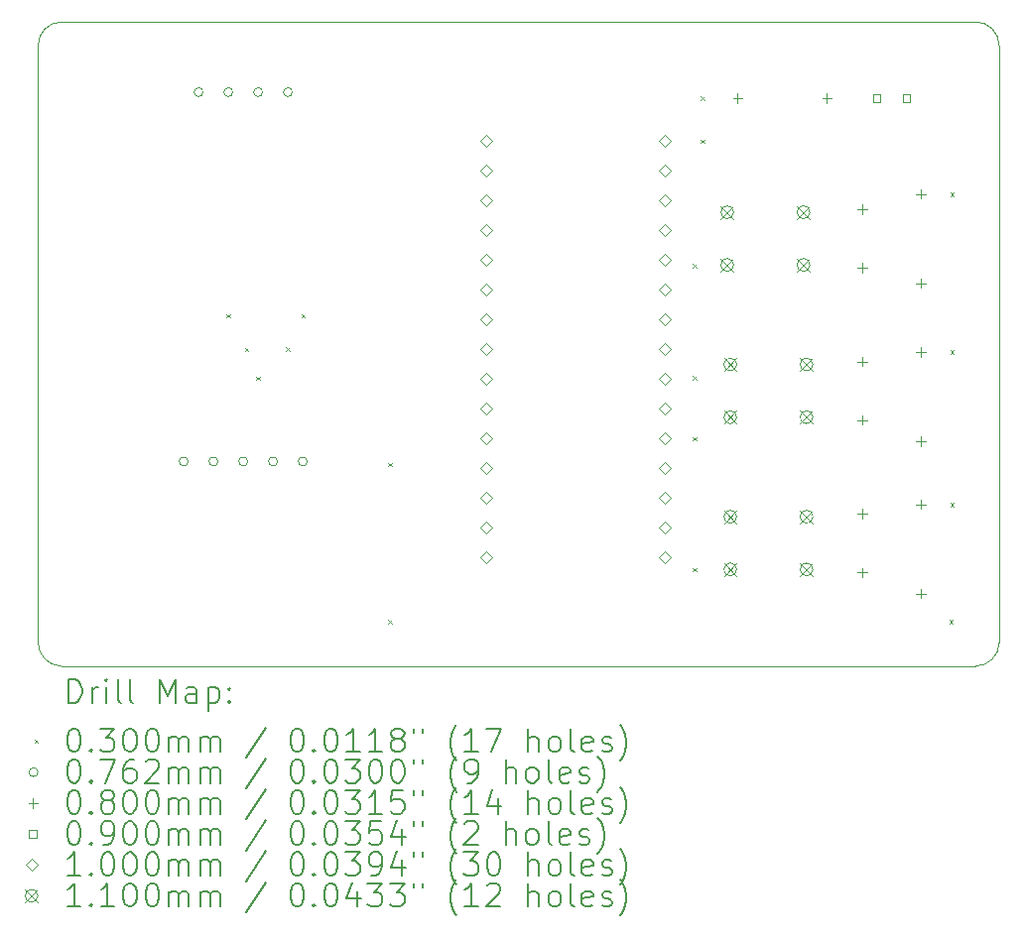
<source format=gbr>
%TF.GenerationSoftware,KiCad,Pcbnew,8.0.7*%
%TF.CreationDate,2025-10-04T20:38:22+01:00*%
%TF.ProjectId,PulseOximeter,50756c73-654f-4786-996d-657465722e6b,rev?*%
%TF.SameCoordinates,Original*%
%TF.FileFunction,Drillmap*%
%TF.FilePolarity,Positive*%
%FSLAX45Y45*%
G04 Gerber Fmt 4.5, Leading zero omitted, Abs format (unit mm)*
G04 Created by KiCad (PCBNEW 8.0.7) date 2025-10-04 20:38:22*
%MOMM*%
%LPD*%
G01*
G04 APERTURE LIST*
%ADD10C,0.038100*%
%ADD11C,0.200000*%
%ADD12C,0.100000*%
%ADD13C,0.110000*%
G04 APERTURE END LIST*
D10*
X8800000Y-7500000D02*
X8800000Y-12600000D01*
X16800000Y-7300000D02*
G75*
G02*
X17000000Y-7500000I0J-200000D01*
G01*
X17000000Y-7500000D02*
X17000000Y-12600000D01*
X9000000Y-7300000D02*
X16800000Y-7300000D01*
X9000000Y-12800000D02*
X16800000Y-12800000D01*
X17000000Y-12600000D02*
G75*
G02*
X16800000Y-12800000I-200000J0D01*
G01*
X8800000Y-7500000D02*
G75*
G02*
X9000000Y-7300000I200000J0D01*
G01*
X9000000Y-12800000D02*
G75*
G02*
X8800000Y-12600000I0J200000D01*
G01*
D11*
D12*
X10408000Y-9795000D02*
X10438000Y-9825000D01*
X10438000Y-9795000D02*
X10408000Y-9825000D01*
X10565000Y-10081000D02*
X10595000Y-10111000D01*
X10595000Y-10081000D02*
X10565000Y-10111000D01*
X10662000Y-10328000D02*
X10692000Y-10358000D01*
X10692000Y-10328000D02*
X10662000Y-10358000D01*
X10916000Y-10080000D02*
X10946000Y-10110000D01*
X10946000Y-10080000D02*
X10916000Y-10110000D01*
X11045000Y-9795000D02*
X11075000Y-9825000D01*
X11075000Y-9795000D02*
X11045000Y-9825000D01*
X11785000Y-11065000D02*
X11815000Y-11095000D01*
X11815000Y-11065000D02*
X11785000Y-11095000D01*
X11785000Y-12405000D02*
X11815000Y-12435000D01*
X11815000Y-12405000D02*
X11785000Y-12435000D01*
X14385000Y-9365000D02*
X14415000Y-9395000D01*
X14415000Y-9365000D02*
X14385000Y-9395000D01*
X14385000Y-10325000D02*
X14415000Y-10355000D01*
X14415000Y-10325000D02*
X14385000Y-10355000D01*
X14385000Y-10845000D02*
X14415000Y-10875000D01*
X14415000Y-10845000D02*
X14385000Y-10875000D01*
X14385000Y-11960000D02*
X14415000Y-11990000D01*
X14415000Y-11960000D02*
X14385000Y-11990000D01*
X14455000Y-7935000D02*
X14485000Y-7965000D01*
X14485000Y-7935000D02*
X14455000Y-7965000D01*
X14455000Y-8305000D02*
X14485000Y-8335000D01*
X14485000Y-8305000D02*
X14455000Y-8335000D01*
X16575000Y-12405000D02*
X16605000Y-12435000D01*
X16605000Y-12405000D02*
X16575000Y-12435000D01*
X16585000Y-8755000D02*
X16615000Y-8785000D01*
X16615000Y-8755000D02*
X16585000Y-8785000D01*
X16585000Y-10105000D02*
X16615000Y-10135000D01*
X16615000Y-10105000D02*
X16585000Y-10135000D01*
X16585000Y-11405000D02*
X16615000Y-11435000D01*
X16615000Y-11405000D02*
X16585000Y-11435000D01*
X10080100Y-11053000D02*
G75*
G02*
X10003900Y-11053000I-38100J0D01*
G01*
X10003900Y-11053000D02*
G75*
G02*
X10080100Y-11053000I38100J0D01*
G01*
X10207100Y-7900000D02*
G75*
G02*
X10130900Y-7900000I-38100J0D01*
G01*
X10130900Y-7900000D02*
G75*
G02*
X10207100Y-7900000I38100J0D01*
G01*
X10334100Y-11053000D02*
G75*
G02*
X10257900Y-11053000I-38100J0D01*
G01*
X10257900Y-11053000D02*
G75*
G02*
X10334100Y-11053000I38100J0D01*
G01*
X10461100Y-7900000D02*
G75*
G02*
X10384900Y-7900000I-38100J0D01*
G01*
X10384900Y-7900000D02*
G75*
G02*
X10461100Y-7900000I38100J0D01*
G01*
X10588100Y-11053000D02*
G75*
G02*
X10511900Y-11053000I-38100J0D01*
G01*
X10511900Y-11053000D02*
G75*
G02*
X10588100Y-11053000I38100J0D01*
G01*
X10715100Y-7900000D02*
G75*
G02*
X10638900Y-7900000I-38100J0D01*
G01*
X10638900Y-7900000D02*
G75*
G02*
X10715100Y-7900000I38100J0D01*
G01*
X10842100Y-11053000D02*
G75*
G02*
X10765900Y-11053000I-38100J0D01*
G01*
X10765900Y-11053000D02*
G75*
G02*
X10842100Y-11053000I38100J0D01*
G01*
X10969100Y-7900000D02*
G75*
G02*
X10892900Y-7900000I-38100J0D01*
G01*
X10892900Y-7900000D02*
G75*
G02*
X10969100Y-7900000I38100J0D01*
G01*
X11096100Y-11053000D02*
G75*
G02*
X11019900Y-11053000I-38100J0D01*
G01*
X11019900Y-11053000D02*
G75*
G02*
X11096100Y-11053000I38100J0D01*
G01*
X14769000Y-7910000D02*
X14769000Y-7990000D01*
X14729000Y-7950000D02*
X14809000Y-7950000D01*
X15531000Y-7910000D02*
X15531000Y-7990000D01*
X15491000Y-7950000D02*
X15571000Y-7950000D01*
X15831000Y-8860000D02*
X15831000Y-8940000D01*
X15791000Y-8900000D02*
X15871000Y-8900000D01*
X15831000Y-9360000D02*
X15831000Y-9440000D01*
X15791000Y-9400000D02*
X15871000Y-9400000D01*
X15831000Y-10160000D02*
X15831000Y-10240000D01*
X15791000Y-10200000D02*
X15871000Y-10200000D01*
X15831000Y-10660000D02*
X15831000Y-10740000D01*
X15791000Y-10700000D02*
X15871000Y-10700000D01*
X15831000Y-11460000D02*
X15831000Y-11540000D01*
X15791000Y-11500000D02*
X15871000Y-11500000D01*
X15831000Y-11960000D02*
X15831000Y-12040000D01*
X15791000Y-12000000D02*
X15871000Y-12000000D01*
X16331000Y-8729000D02*
X16331000Y-8809000D01*
X16291000Y-8769000D02*
X16371000Y-8769000D01*
X16331000Y-9491000D02*
X16331000Y-9571000D01*
X16291000Y-9531000D02*
X16371000Y-9531000D01*
X16331000Y-10079000D02*
X16331000Y-10159000D01*
X16291000Y-10119000D02*
X16371000Y-10119000D01*
X16331000Y-10841000D02*
X16331000Y-10921000D01*
X16291000Y-10881000D02*
X16371000Y-10881000D01*
X16331000Y-11379000D02*
X16331000Y-11459000D01*
X16291000Y-11419000D02*
X16371000Y-11419000D01*
X16331000Y-12141000D02*
X16331000Y-12221000D01*
X16291000Y-12181000D02*
X16371000Y-12181000D01*
X15985820Y-7981820D02*
X15985820Y-7918180D01*
X15922180Y-7918180D01*
X15922180Y-7981820D01*
X15985820Y-7981820D01*
X16239820Y-7981820D02*
X16239820Y-7918180D01*
X16176180Y-7918180D01*
X16176180Y-7981820D01*
X16239820Y-7981820D01*
X12626000Y-8368000D02*
X12676000Y-8318000D01*
X12626000Y-8268000D01*
X12576000Y-8318000D01*
X12626000Y-8368000D01*
X12626000Y-8622000D02*
X12676000Y-8572000D01*
X12626000Y-8522000D01*
X12576000Y-8572000D01*
X12626000Y-8622000D01*
X12626000Y-8876000D02*
X12676000Y-8826000D01*
X12626000Y-8776000D01*
X12576000Y-8826000D01*
X12626000Y-8876000D01*
X12626000Y-9130000D02*
X12676000Y-9080000D01*
X12626000Y-9030000D01*
X12576000Y-9080000D01*
X12626000Y-9130000D01*
X12626000Y-9384000D02*
X12676000Y-9334000D01*
X12626000Y-9284000D01*
X12576000Y-9334000D01*
X12626000Y-9384000D01*
X12626000Y-9638000D02*
X12676000Y-9588000D01*
X12626000Y-9538000D01*
X12576000Y-9588000D01*
X12626000Y-9638000D01*
X12626000Y-9892000D02*
X12676000Y-9842000D01*
X12626000Y-9792000D01*
X12576000Y-9842000D01*
X12626000Y-9892000D01*
X12626000Y-10146000D02*
X12676000Y-10096000D01*
X12626000Y-10046000D01*
X12576000Y-10096000D01*
X12626000Y-10146000D01*
X12626000Y-10400000D02*
X12676000Y-10350000D01*
X12626000Y-10300000D01*
X12576000Y-10350000D01*
X12626000Y-10400000D01*
X12626000Y-10654000D02*
X12676000Y-10604000D01*
X12626000Y-10554000D01*
X12576000Y-10604000D01*
X12626000Y-10654000D01*
X12626000Y-10908000D02*
X12676000Y-10858000D01*
X12626000Y-10808000D01*
X12576000Y-10858000D01*
X12626000Y-10908000D01*
X12626000Y-11162000D02*
X12676000Y-11112000D01*
X12626000Y-11062000D01*
X12576000Y-11112000D01*
X12626000Y-11162000D01*
X12626000Y-11416000D02*
X12676000Y-11366000D01*
X12626000Y-11316000D01*
X12576000Y-11366000D01*
X12626000Y-11416000D01*
X12626000Y-11670000D02*
X12676000Y-11620000D01*
X12626000Y-11570000D01*
X12576000Y-11620000D01*
X12626000Y-11670000D01*
X12626000Y-11924000D02*
X12676000Y-11874000D01*
X12626000Y-11824000D01*
X12576000Y-11874000D01*
X12626000Y-11924000D01*
X14150000Y-8368000D02*
X14200000Y-8318000D01*
X14150000Y-8268000D01*
X14100000Y-8318000D01*
X14150000Y-8368000D01*
X14150000Y-8622000D02*
X14200000Y-8572000D01*
X14150000Y-8522000D01*
X14100000Y-8572000D01*
X14150000Y-8622000D01*
X14150000Y-8876000D02*
X14200000Y-8826000D01*
X14150000Y-8776000D01*
X14100000Y-8826000D01*
X14150000Y-8876000D01*
X14150000Y-9130000D02*
X14200000Y-9080000D01*
X14150000Y-9030000D01*
X14100000Y-9080000D01*
X14150000Y-9130000D01*
X14150000Y-9384000D02*
X14200000Y-9334000D01*
X14150000Y-9284000D01*
X14100000Y-9334000D01*
X14150000Y-9384000D01*
X14150000Y-9638000D02*
X14200000Y-9588000D01*
X14150000Y-9538000D01*
X14100000Y-9588000D01*
X14150000Y-9638000D01*
X14150000Y-9892000D02*
X14200000Y-9842000D01*
X14150000Y-9792000D01*
X14100000Y-9842000D01*
X14150000Y-9892000D01*
X14150000Y-10146000D02*
X14200000Y-10096000D01*
X14150000Y-10046000D01*
X14100000Y-10096000D01*
X14150000Y-10146000D01*
X14150000Y-10400000D02*
X14200000Y-10350000D01*
X14150000Y-10300000D01*
X14100000Y-10350000D01*
X14150000Y-10400000D01*
X14150000Y-10654000D02*
X14200000Y-10604000D01*
X14150000Y-10554000D01*
X14100000Y-10604000D01*
X14150000Y-10654000D01*
X14150000Y-10908000D02*
X14200000Y-10858000D01*
X14150000Y-10808000D01*
X14100000Y-10858000D01*
X14150000Y-10908000D01*
X14150000Y-11162000D02*
X14200000Y-11112000D01*
X14150000Y-11062000D01*
X14100000Y-11112000D01*
X14150000Y-11162000D01*
X14150000Y-11416000D02*
X14200000Y-11366000D01*
X14150000Y-11316000D01*
X14100000Y-11366000D01*
X14150000Y-11416000D01*
X14150000Y-11670000D02*
X14200000Y-11620000D01*
X14150000Y-11570000D01*
X14100000Y-11620000D01*
X14150000Y-11670000D01*
X14150000Y-11924000D02*
X14200000Y-11874000D01*
X14150000Y-11824000D01*
X14100000Y-11874000D01*
X14150000Y-11924000D01*
D13*
X14625000Y-8870000D02*
X14735000Y-8980000D01*
X14735000Y-8870000D02*
X14625000Y-8980000D01*
X14735000Y-8925000D02*
G75*
G02*
X14625000Y-8925000I-55000J0D01*
G01*
X14625000Y-8925000D02*
G75*
G02*
X14735000Y-8925000I55000J0D01*
G01*
X14625000Y-9320000D02*
X14735000Y-9430000D01*
X14735000Y-9320000D02*
X14625000Y-9430000D01*
X14735000Y-9375000D02*
G75*
G02*
X14625000Y-9375000I-55000J0D01*
G01*
X14625000Y-9375000D02*
G75*
G02*
X14735000Y-9375000I55000J0D01*
G01*
X14651000Y-10170000D02*
X14761000Y-10280000D01*
X14761000Y-10170000D02*
X14651000Y-10280000D01*
X14761000Y-10225000D02*
G75*
G02*
X14651000Y-10225000I-55000J0D01*
G01*
X14651000Y-10225000D02*
G75*
G02*
X14761000Y-10225000I55000J0D01*
G01*
X14651000Y-10620000D02*
X14761000Y-10730000D01*
X14761000Y-10620000D02*
X14651000Y-10730000D01*
X14761000Y-10675000D02*
G75*
G02*
X14651000Y-10675000I-55000J0D01*
G01*
X14651000Y-10675000D02*
G75*
G02*
X14761000Y-10675000I55000J0D01*
G01*
X14651000Y-11470000D02*
X14761000Y-11580000D01*
X14761000Y-11470000D02*
X14651000Y-11580000D01*
X14761000Y-11525000D02*
G75*
G02*
X14651000Y-11525000I-55000J0D01*
G01*
X14651000Y-11525000D02*
G75*
G02*
X14761000Y-11525000I55000J0D01*
G01*
X14651000Y-11920000D02*
X14761000Y-12030000D01*
X14761000Y-11920000D02*
X14651000Y-12030000D01*
X14761000Y-11975000D02*
G75*
G02*
X14651000Y-11975000I-55000J0D01*
G01*
X14651000Y-11975000D02*
G75*
G02*
X14761000Y-11975000I55000J0D01*
G01*
X15275000Y-8870000D02*
X15385000Y-8980000D01*
X15385000Y-8870000D02*
X15275000Y-8980000D01*
X15385000Y-8925000D02*
G75*
G02*
X15275000Y-8925000I-55000J0D01*
G01*
X15275000Y-8925000D02*
G75*
G02*
X15385000Y-8925000I55000J0D01*
G01*
X15275000Y-9320000D02*
X15385000Y-9430000D01*
X15385000Y-9320000D02*
X15275000Y-9430000D01*
X15385000Y-9375000D02*
G75*
G02*
X15275000Y-9375000I-55000J0D01*
G01*
X15275000Y-9375000D02*
G75*
G02*
X15385000Y-9375000I55000J0D01*
G01*
X15301000Y-10170000D02*
X15411000Y-10280000D01*
X15411000Y-10170000D02*
X15301000Y-10280000D01*
X15411000Y-10225000D02*
G75*
G02*
X15301000Y-10225000I-55000J0D01*
G01*
X15301000Y-10225000D02*
G75*
G02*
X15411000Y-10225000I55000J0D01*
G01*
X15301000Y-10620000D02*
X15411000Y-10730000D01*
X15411000Y-10620000D02*
X15301000Y-10730000D01*
X15411000Y-10675000D02*
G75*
G02*
X15301000Y-10675000I-55000J0D01*
G01*
X15301000Y-10675000D02*
G75*
G02*
X15411000Y-10675000I55000J0D01*
G01*
X15301000Y-11470000D02*
X15411000Y-11580000D01*
X15411000Y-11470000D02*
X15301000Y-11580000D01*
X15411000Y-11525000D02*
G75*
G02*
X15301000Y-11525000I-55000J0D01*
G01*
X15301000Y-11525000D02*
G75*
G02*
X15411000Y-11525000I55000J0D01*
G01*
X15301000Y-11920000D02*
X15411000Y-12030000D01*
X15411000Y-11920000D02*
X15301000Y-12030000D01*
X15411000Y-11975000D02*
G75*
G02*
X15301000Y-11975000I-55000J0D01*
G01*
X15301000Y-11975000D02*
G75*
G02*
X15411000Y-11975000I55000J0D01*
G01*
D11*
X9058872Y-13113389D02*
X9058872Y-12913389D01*
X9058872Y-12913389D02*
X9106491Y-12913389D01*
X9106491Y-12913389D02*
X9135062Y-12922913D01*
X9135062Y-12922913D02*
X9154110Y-12941960D01*
X9154110Y-12941960D02*
X9163634Y-12961008D01*
X9163634Y-12961008D02*
X9173158Y-12999103D01*
X9173158Y-12999103D02*
X9173158Y-13027674D01*
X9173158Y-13027674D02*
X9163634Y-13065770D01*
X9163634Y-13065770D02*
X9154110Y-13084817D01*
X9154110Y-13084817D02*
X9135062Y-13103865D01*
X9135062Y-13103865D02*
X9106491Y-13113389D01*
X9106491Y-13113389D02*
X9058872Y-13113389D01*
X9258872Y-13113389D02*
X9258872Y-12980055D01*
X9258872Y-13018151D02*
X9268396Y-12999103D01*
X9268396Y-12999103D02*
X9277919Y-12989579D01*
X9277919Y-12989579D02*
X9296967Y-12980055D01*
X9296967Y-12980055D02*
X9316015Y-12980055D01*
X9382681Y-13113389D02*
X9382681Y-12980055D01*
X9382681Y-12913389D02*
X9373158Y-12922913D01*
X9373158Y-12922913D02*
X9382681Y-12932436D01*
X9382681Y-12932436D02*
X9392205Y-12922913D01*
X9392205Y-12922913D02*
X9382681Y-12913389D01*
X9382681Y-12913389D02*
X9382681Y-12932436D01*
X9506491Y-13113389D02*
X9487443Y-13103865D01*
X9487443Y-13103865D02*
X9477919Y-13084817D01*
X9477919Y-13084817D02*
X9477919Y-12913389D01*
X9611253Y-13113389D02*
X9592205Y-13103865D01*
X9592205Y-13103865D02*
X9582681Y-13084817D01*
X9582681Y-13084817D02*
X9582681Y-12913389D01*
X9839824Y-13113389D02*
X9839824Y-12913389D01*
X9839824Y-12913389D02*
X9906491Y-13056246D01*
X9906491Y-13056246D02*
X9973158Y-12913389D01*
X9973158Y-12913389D02*
X9973158Y-13113389D01*
X10154110Y-13113389D02*
X10154110Y-13008627D01*
X10154110Y-13008627D02*
X10144586Y-12989579D01*
X10144586Y-12989579D02*
X10125539Y-12980055D01*
X10125539Y-12980055D02*
X10087443Y-12980055D01*
X10087443Y-12980055D02*
X10068396Y-12989579D01*
X10154110Y-13103865D02*
X10135062Y-13113389D01*
X10135062Y-13113389D02*
X10087443Y-13113389D01*
X10087443Y-13113389D02*
X10068396Y-13103865D01*
X10068396Y-13103865D02*
X10058872Y-13084817D01*
X10058872Y-13084817D02*
X10058872Y-13065770D01*
X10058872Y-13065770D02*
X10068396Y-13046722D01*
X10068396Y-13046722D02*
X10087443Y-13037198D01*
X10087443Y-13037198D02*
X10135062Y-13037198D01*
X10135062Y-13037198D02*
X10154110Y-13027674D01*
X10249348Y-12980055D02*
X10249348Y-13180055D01*
X10249348Y-12989579D02*
X10268396Y-12980055D01*
X10268396Y-12980055D02*
X10306491Y-12980055D01*
X10306491Y-12980055D02*
X10325539Y-12989579D01*
X10325539Y-12989579D02*
X10335062Y-12999103D01*
X10335062Y-12999103D02*
X10344586Y-13018151D01*
X10344586Y-13018151D02*
X10344586Y-13075293D01*
X10344586Y-13075293D02*
X10335062Y-13094341D01*
X10335062Y-13094341D02*
X10325539Y-13103865D01*
X10325539Y-13103865D02*
X10306491Y-13113389D01*
X10306491Y-13113389D02*
X10268396Y-13113389D01*
X10268396Y-13113389D02*
X10249348Y-13103865D01*
X10430300Y-13094341D02*
X10439824Y-13103865D01*
X10439824Y-13103865D02*
X10430300Y-13113389D01*
X10430300Y-13113389D02*
X10420777Y-13103865D01*
X10420777Y-13103865D02*
X10430300Y-13094341D01*
X10430300Y-13094341D02*
X10430300Y-13113389D01*
X10430300Y-12989579D02*
X10439824Y-12999103D01*
X10439824Y-12999103D02*
X10430300Y-13008627D01*
X10430300Y-13008627D02*
X10420777Y-12999103D01*
X10420777Y-12999103D02*
X10430300Y-12989579D01*
X10430300Y-12989579D02*
X10430300Y-13008627D01*
D12*
X8768095Y-13426905D02*
X8798095Y-13456905D01*
X8798095Y-13426905D02*
X8768095Y-13456905D01*
D11*
X9096967Y-13333389D02*
X9116015Y-13333389D01*
X9116015Y-13333389D02*
X9135062Y-13342913D01*
X9135062Y-13342913D02*
X9144586Y-13352436D01*
X9144586Y-13352436D02*
X9154110Y-13371484D01*
X9154110Y-13371484D02*
X9163634Y-13409579D01*
X9163634Y-13409579D02*
X9163634Y-13457198D01*
X9163634Y-13457198D02*
X9154110Y-13495293D01*
X9154110Y-13495293D02*
X9144586Y-13514341D01*
X9144586Y-13514341D02*
X9135062Y-13523865D01*
X9135062Y-13523865D02*
X9116015Y-13533389D01*
X9116015Y-13533389D02*
X9096967Y-13533389D01*
X9096967Y-13533389D02*
X9077919Y-13523865D01*
X9077919Y-13523865D02*
X9068396Y-13514341D01*
X9068396Y-13514341D02*
X9058872Y-13495293D01*
X9058872Y-13495293D02*
X9049348Y-13457198D01*
X9049348Y-13457198D02*
X9049348Y-13409579D01*
X9049348Y-13409579D02*
X9058872Y-13371484D01*
X9058872Y-13371484D02*
X9068396Y-13352436D01*
X9068396Y-13352436D02*
X9077919Y-13342913D01*
X9077919Y-13342913D02*
X9096967Y-13333389D01*
X9249348Y-13514341D02*
X9258872Y-13523865D01*
X9258872Y-13523865D02*
X9249348Y-13533389D01*
X9249348Y-13533389D02*
X9239824Y-13523865D01*
X9239824Y-13523865D02*
X9249348Y-13514341D01*
X9249348Y-13514341D02*
X9249348Y-13533389D01*
X9325539Y-13333389D02*
X9449348Y-13333389D01*
X9449348Y-13333389D02*
X9382681Y-13409579D01*
X9382681Y-13409579D02*
X9411253Y-13409579D01*
X9411253Y-13409579D02*
X9430300Y-13419103D01*
X9430300Y-13419103D02*
X9439824Y-13428627D01*
X9439824Y-13428627D02*
X9449348Y-13447674D01*
X9449348Y-13447674D02*
X9449348Y-13495293D01*
X9449348Y-13495293D02*
X9439824Y-13514341D01*
X9439824Y-13514341D02*
X9430300Y-13523865D01*
X9430300Y-13523865D02*
X9411253Y-13533389D01*
X9411253Y-13533389D02*
X9354110Y-13533389D01*
X9354110Y-13533389D02*
X9335062Y-13523865D01*
X9335062Y-13523865D02*
X9325539Y-13514341D01*
X9573158Y-13333389D02*
X9592205Y-13333389D01*
X9592205Y-13333389D02*
X9611253Y-13342913D01*
X9611253Y-13342913D02*
X9620777Y-13352436D01*
X9620777Y-13352436D02*
X9630300Y-13371484D01*
X9630300Y-13371484D02*
X9639824Y-13409579D01*
X9639824Y-13409579D02*
X9639824Y-13457198D01*
X9639824Y-13457198D02*
X9630300Y-13495293D01*
X9630300Y-13495293D02*
X9620777Y-13514341D01*
X9620777Y-13514341D02*
X9611253Y-13523865D01*
X9611253Y-13523865D02*
X9592205Y-13533389D01*
X9592205Y-13533389D02*
X9573158Y-13533389D01*
X9573158Y-13533389D02*
X9554110Y-13523865D01*
X9554110Y-13523865D02*
X9544586Y-13514341D01*
X9544586Y-13514341D02*
X9535062Y-13495293D01*
X9535062Y-13495293D02*
X9525539Y-13457198D01*
X9525539Y-13457198D02*
X9525539Y-13409579D01*
X9525539Y-13409579D02*
X9535062Y-13371484D01*
X9535062Y-13371484D02*
X9544586Y-13352436D01*
X9544586Y-13352436D02*
X9554110Y-13342913D01*
X9554110Y-13342913D02*
X9573158Y-13333389D01*
X9763634Y-13333389D02*
X9782681Y-13333389D01*
X9782681Y-13333389D02*
X9801729Y-13342913D01*
X9801729Y-13342913D02*
X9811253Y-13352436D01*
X9811253Y-13352436D02*
X9820777Y-13371484D01*
X9820777Y-13371484D02*
X9830300Y-13409579D01*
X9830300Y-13409579D02*
X9830300Y-13457198D01*
X9830300Y-13457198D02*
X9820777Y-13495293D01*
X9820777Y-13495293D02*
X9811253Y-13514341D01*
X9811253Y-13514341D02*
X9801729Y-13523865D01*
X9801729Y-13523865D02*
X9782681Y-13533389D01*
X9782681Y-13533389D02*
X9763634Y-13533389D01*
X9763634Y-13533389D02*
X9744586Y-13523865D01*
X9744586Y-13523865D02*
X9735062Y-13514341D01*
X9735062Y-13514341D02*
X9725539Y-13495293D01*
X9725539Y-13495293D02*
X9716015Y-13457198D01*
X9716015Y-13457198D02*
X9716015Y-13409579D01*
X9716015Y-13409579D02*
X9725539Y-13371484D01*
X9725539Y-13371484D02*
X9735062Y-13352436D01*
X9735062Y-13352436D02*
X9744586Y-13342913D01*
X9744586Y-13342913D02*
X9763634Y-13333389D01*
X9916015Y-13533389D02*
X9916015Y-13400055D01*
X9916015Y-13419103D02*
X9925539Y-13409579D01*
X9925539Y-13409579D02*
X9944586Y-13400055D01*
X9944586Y-13400055D02*
X9973158Y-13400055D01*
X9973158Y-13400055D02*
X9992205Y-13409579D01*
X9992205Y-13409579D02*
X10001729Y-13428627D01*
X10001729Y-13428627D02*
X10001729Y-13533389D01*
X10001729Y-13428627D02*
X10011253Y-13409579D01*
X10011253Y-13409579D02*
X10030300Y-13400055D01*
X10030300Y-13400055D02*
X10058872Y-13400055D01*
X10058872Y-13400055D02*
X10077920Y-13409579D01*
X10077920Y-13409579D02*
X10087443Y-13428627D01*
X10087443Y-13428627D02*
X10087443Y-13533389D01*
X10182681Y-13533389D02*
X10182681Y-13400055D01*
X10182681Y-13419103D02*
X10192205Y-13409579D01*
X10192205Y-13409579D02*
X10211253Y-13400055D01*
X10211253Y-13400055D02*
X10239824Y-13400055D01*
X10239824Y-13400055D02*
X10258872Y-13409579D01*
X10258872Y-13409579D02*
X10268396Y-13428627D01*
X10268396Y-13428627D02*
X10268396Y-13533389D01*
X10268396Y-13428627D02*
X10277920Y-13409579D01*
X10277920Y-13409579D02*
X10296967Y-13400055D01*
X10296967Y-13400055D02*
X10325539Y-13400055D01*
X10325539Y-13400055D02*
X10344586Y-13409579D01*
X10344586Y-13409579D02*
X10354110Y-13428627D01*
X10354110Y-13428627D02*
X10354110Y-13533389D01*
X10744586Y-13323865D02*
X10573158Y-13581008D01*
X11001729Y-13333389D02*
X11020777Y-13333389D01*
X11020777Y-13333389D02*
X11039824Y-13342913D01*
X11039824Y-13342913D02*
X11049348Y-13352436D01*
X11049348Y-13352436D02*
X11058872Y-13371484D01*
X11058872Y-13371484D02*
X11068396Y-13409579D01*
X11068396Y-13409579D02*
X11068396Y-13457198D01*
X11068396Y-13457198D02*
X11058872Y-13495293D01*
X11058872Y-13495293D02*
X11049348Y-13514341D01*
X11049348Y-13514341D02*
X11039824Y-13523865D01*
X11039824Y-13523865D02*
X11020777Y-13533389D01*
X11020777Y-13533389D02*
X11001729Y-13533389D01*
X11001729Y-13533389D02*
X10982682Y-13523865D01*
X10982682Y-13523865D02*
X10973158Y-13514341D01*
X10973158Y-13514341D02*
X10963634Y-13495293D01*
X10963634Y-13495293D02*
X10954110Y-13457198D01*
X10954110Y-13457198D02*
X10954110Y-13409579D01*
X10954110Y-13409579D02*
X10963634Y-13371484D01*
X10963634Y-13371484D02*
X10973158Y-13352436D01*
X10973158Y-13352436D02*
X10982682Y-13342913D01*
X10982682Y-13342913D02*
X11001729Y-13333389D01*
X11154110Y-13514341D02*
X11163634Y-13523865D01*
X11163634Y-13523865D02*
X11154110Y-13533389D01*
X11154110Y-13533389D02*
X11144586Y-13523865D01*
X11144586Y-13523865D02*
X11154110Y-13514341D01*
X11154110Y-13514341D02*
X11154110Y-13533389D01*
X11287443Y-13333389D02*
X11306491Y-13333389D01*
X11306491Y-13333389D02*
X11325539Y-13342913D01*
X11325539Y-13342913D02*
X11335062Y-13352436D01*
X11335062Y-13352436D02*
X11344586Y-13371484D01*
X11344586Y-13371484D02*
X11354110Y-13409579D01*
X11354110Y-13409579D02*
X11354110Y-13457198D01*
X11354110Y-13457198D02*
X11344586Y-13495293D01*
X11344586Y-13495293D02*
X11335062Y-13514341D01*
X11335062Y-13514341D02*
X11325539Y-13523865D01*
X11325539Y-13523865D02*
X11306491Y-13533389D01*
X11306491Y-13533389D02*
X11287443Y-13533389D01*
X11287443Y-13533389D02*
X11268396Y-13523865D01*
X11268396Y-13523865D02*
X11258872Y-13514341D01*
X11258872Y-13514341D02*
X11249348Y-13495293D01*
X11249348Y-13495293D02*
X11239824Y-13457198D01*
X11239824Y-13457198D02*
X11239824Y-13409579D01*
X11239824Y-13409579D02*
X11249348Y-13371484D01*
X11249348Y-13371484D02*
X11258872Y-13352436D01*
X11258872Y-13352436D02*
X11268396Y-13342913D01*
X11268396Y-13342913D02*
X11287443Y-13333389D01*
X11544586Y-13533389D02*
X11430301Y-13533389D01*
X11487443Y-13533389D02*
X11487443Y-13333389D01*
X11487443Y-13333389D02*
X11468396Y-13361960D01*
X11468396Y-13361960D02*
X11449348Y-13381008D01*
X11449348Y-13381008D02*
X11430301Y-13390532D01*
X11735062Y-13533389D02*
X11620777Y-13533389D01*
X11677920Y-13533389D02*
X11677920Y-13333389D01*
X11677920Y-13333389D02*
X11658872Y-13361960D01*
X11658872Y-13361960D02*
X11639824Y-13381008D01*
X11639824Y-13381008D02*
X11620777Y-13390532D01*
X11849348Y-13419103D02*
X11830301Y-13409579D01*
X11830301Y-13409579D02*
X11820777Y-13400055D01*
X11820777Y-13400055D02*
X11811253Y-13381008D01*
X11811253Y-13381008D02*
X11811253Y-13371484D01*
X11811253Y-13371484D02*
X11820777Y-13352436D01*
X11820777Y-13352436D02*
X11830301Y-13342913D01*
X11830301Y-13342913D02*
X11849348Y-13333389D01*
X11849348Y-13333389D02*
X11887443Y-13333389D01*
X11887443Y-13333389D02*
X11906491Y-13342913D01*
X11906491Y-13342913D02*
X11916015Y-13352436D01*
X11916015Y-13352436D02*
X11925539Y-13371484D01*
X11925539Y-13371484D02*
X11925539Y-13381008D01*
X11925539Y-13381008D02*
X11916015Y-13400055D01*
X11916015Y-13400055D02*
X11906491Y-13409579D01*
X11906491Y-13409579D02*
X11887443Y-13419103D01*
X11887443Y-13419103D02*
X11849348Y-13419103D01*
X11849348Y-13419103D02*
X11830301Y-13428627D01*
X11830301Y-13428627D02*
X11820777Y-13438151D01*
X11820777Y-13438151D02*
X11811253Y-13457198D01*
X11811253Y-13457198D02*
X11811253Y-13495293D01*
X11811253Y-13495293D02*
X11820777Y-13514341D01*
X11820777Y-13514341D02*
X11830301Y-13523865D01*
X11830301Y-13523865D02*
X11849348Y-13533389D01*
X11849348Y-13533389D02*
X11887443Y-13533389D01*
X11887443Y-13533389D02*
X11906491Y-13523865D01*
X11906491Y-13523865D02*
X11916015Y-13514341D01*
X11916015Y-13514341D02*
X11925539Y-13495293D01*
X11925539Y-13495293D02*
X11925539Y-13457198D01*
X11925539Y-13457198D02*
X11916015Y-13438151D01*
X11916015Y-13438151D02*
X11906491Y-13428627D01*
X11906491Y-13428627D02*
X11887443Y-13419103D01*
X12001729Y-13333389D02*
X12001729Y-13371484D01*
X12077920Y-13333389D02*
X12077920Y-13371484D01*
X12373158Y-13609579D02*
X12363634Y-13600055D01*
X12363634Y-13600055D02*
X12344586Y-13571484D01*
X12344586Y-13571484D02*
X12335063Y-13552436D01*
X12335063Y-13552436D02*
X12325539Y-13523865D01*
X12325539Y-13523865D02*
X12316015Y-13476246D01*
X12316015Y-13476246D02*
X12316015Y-13438151D01*
X12316015Y-13438151D02*
X12325539Y-13390532D01*
X12325539Y-13390532D02*
X12335063Y-13361960D01*
X12335063Y-13361960D02*
X12344586Y-13342913D01*
X12344586Y-13342913D02*
X12363634Y-13314341D01*
X12363634Y-13314341D02*
X12373158Y-13304817D01*
X12554110Y-13533389D02*
X12439824Y-13533389D01*
X12496967Y-13533389D02*
X12496967Y-13333389D01*
X12496967Y-13333389D02*
X12477920Y-13361960D01*
X12477920Y-13361960D02*
X12458872Y-13381008D01*
X12458872Y-13381008D02*
X12439824Y-13390532D01*
X12620777Y-13333389D02*
X12754110Y-13333389D01*
X12754110Y-13333389D02*
X12668396Y-13533389D01*
X12982682Y-13533389D02*
X12982682Y-13333389D01*
X13068396Y-13533389D02*
X13068396Y-13428627D01*
X13068396Y-13428627D02*
X13058872Y-13409579D01*
X13058872Y-13409579D02*
X13039825Y-13400055D01*
X13039825Y-13400055D02*
X13011253Y-13400055D01*
X13011253Y-13400055D02*
X12992205Y-13409579D01*
X12992205Y-13409579D02*
X12982682Y-13419103D01*
X13192205Y-13533389D02*
X13173158Y-13523865D01*
X13173158Y-13523865D02*
X13163634Y-13514341D01*
X13163634Y-13514341D02*
X13154110Y-13495293D01*
X13154110Y-13495293D02*
X13154110Y-13438151D01*
X13154110Y-13438151D02*
X13163634Y-13419103D01*
X13163634Y-13419103D02*
X13173158Y-13409579D01*
X13173158Y-13409579D02*
X13192205Y-13400055D01*
X13192205Y-13400055D02*
X13220777Y-13400055D01*
X13220777Y-13400055D02*
X13239825Y-13409579D01*
X13239825Y-13409579D02*
X13249348Y-13419103D01*
X13249348Y-13419103D02*
X13258872Y-13438151D01*
X13258872Y-13438151D02*
X13258872Y-13495293D01*
X13258872Y-13495293D02*
X13249348Y-13514341D01*
X13249348Y-13514341D02*
X13239825Y-13523865D01*
X13239825Y-13523865D02*
X13220777Y-13533389D01*
X13220777Y-13533389D02*
X13192205Y-13533389D01*
X13373158Y-13533389D02*
X13354110Y-13523865D01*
X13354110Y-13523865D02*
X13344586Y-13504817D01*
X13344586Y-13504817D02*
X13344586Y-13333389D01*
X13525539Y-13523865D02*
X13506491Y-13533389D01*
X13506491Y-13533389D02*
X13468396Y-13533389D01*
X13468396Y-13533389D02*
X13449348Y-13523865D01*
X13449348Y-13523865D02*
X13439825Y-13504817D01*
X13439825Y-13504817D02*
X13439825Y-13428627D01*
X13439825Y-13428627D02*
X13449348Y-13409579D01*
X13449348Y-13409579D02*
X13468396Y-13400055D01*
X13468396Y-13400055D02*
X13506491Y-13400055D01*
X13506491Y-13400055D02*
X13525539Y-13409579D01*
X13525539Y-13409579D02*
X13535063Y-13428627D01*
X13535063Y-13428627D02*
X13535063Y-13447674D01*
X13535063Y-13447674D02*
X13439825Y-13466722D01*
X13611253Y-13523865D02*
X13630301Y-13533389D01*
X13630301Y-13533389D02*
X13668396Y-13533389D01*
X13668396Y-13533389D02*
X13687444Y-13523865D01*
X13687444Y-13523865D02*
X13696967Y-13504817D01*
X13696967Y-13504817D02*
X13696967Y-13495293D01*
X13696967Y-13495293D02*
X13687444Y-13476246D01*
X13687444Y-13476246D02*
X13668396Y-13466722D01*
X13668396Y-13466722D02*
X13639825Y-13466722D01*
X13639825Y-13466722D02*
X13620777Y-13457198D01*
X13620777Y-13457198D02*
X13611253Y-13438151D01*
X13611253Y-13438151D02*
X13611253Y-13428627D01*
X13611253Y-13428627D02*
X13620777Y-13409579D01*
X13620777Y-13409579D02*
X13639825Y-13400055D01*
X13639825Y-13400055D02*
X13668396Y-13400055D01*
X13668396Y-13400055D02*
X13687444Y-13409579D01*
X13763634Y-13609579D02*
X13773158Y-13600055D01*
X13773158Y-13600055D02*
X13792206Y-13571484D01*
X13792206Y-13571484D02*
X13801729Y-13552436D01*
X13801729Y-13552436D02*
X13811253Y-13523865D01*
X13811253Y-13523865D02*
X13820777Y-13476246D01*
X13820777Y-13476246D02*
X13820777Y-13438151D01*
X13820777Y-13438151D02*
X13811253Y-13390532D01*
X13811253Y-13390532D02*
X13801729Y-13361960D01*
X13801729Y-13361960D02*
X13792206Y-13342913D01*
X13792206Y-13342913D02*
X13773158Y-13314341D01*
X13773158Y-13314341D02*
X13763634Y-13304817D01*
D12*
X8798095Y-13705905D02*
G75*
G02*
X8721895Y-13705905I-38100J0D01*
G01*
X8721895Y-13705905D02*
G75*
G02*
X8798095Y-13705905I38100J0D01*
G01*
D11*
X9096967Y-13597389D02*
X9116015Y-13597389D01*
X9116015Y-13597389D02*
X9135062Y-13606913D01*
X9135062Y-13606913D02*
X9144586Y-13616436D01*
X9144586Y-13616436D02*
X9154110Y-13635484D01*
X9154110Y-13635484D02*
X9163634Y-13673579D01*
X9163634Y-13673579D02*
X9163634Y-13721198D01*
X9163634Y-13721198D02*
X9154110Y-13759293D01*
X9154110Y-13759293D02*
X9144586Y-13778341D01*
X9144586Y-13778341D02*
X9135062Y-13787865D01*
X9135062Y-13787865D02*
X9116015Y-13797389D01*
X9116015Y-13797389D02*
X9096967Y-13797389D01*
X9096967Y-13797389D02*
X9077919Y-13787865D01*
X9077919Y-13787865D02*
X9068396Y-13778341D01*
X9068396Y-13778341D02*
X9058872Y-13759293D01*
X9058872Y-13759293D02*
X9049348Y-13721198D01*
X9049348Y-13721198D02*
X9049348Y-13673579D01*
X9049348Y-13673579D02*
X9058872Y-13635484D01*
X9058872Y-13635484D02*
X9068396Y-13616436D01*
X9068396Y-13616436D02*
X9077919Y-13606913D01*
X9077919Y-13606913D02*
X9096967Y-13597389D01*
X9249348Y-13778341D02*
X9258872Y-13787865D01*
X9258872Y-13787865D02*
X9249348Y-13797389D01*
X9249348Y-13797389D02*
X9239824Y-13787865D01*
X9239824Y-13787865D02*
X9249348Y-13778341D01*
X9249348Y-13778341D02*
X9249348Y-13797389D01*
X9325539Y-13597389D02*
X9458872Y-13597389D01*
X9458872Y-13597389D02*
X9373158Y-13797389D01*
X9620777Y-13597389D02*
X9582681Y-13597389D01*
X9582681Y-13597389D02*
X9563634Y-13606913D01*
X9563634Y-13606913D02*
X9554110Y-13616436D01*
X9554110Y-13616436D02*
X9535062Y-13645008D01*
X9535062Y-13645008D02*
X9525539Y-13683103D01*
X9525539Y-13683103D02*
X9525539Y-13759293D01*
X9525539Y-13759293D02*
X9535062Y-13778341D01*
X9535062Y-13778341D02*
X9544586Y-13787865D01*
X9544586Y-13787865D02*
X9563634Y-13797389D01*
X9563634Y-13797389D02*
X9601729Y-13797389D01*
X9601729Y-13797389D02*
X9620777Y-13787865D01*
X9620777Y-13787865D02*
X9630300Y-13778341D01*
X9630300Y-13778341D02*
X9639824Y-13759293D01*
X9639824Y-13759293D02*
X9639824Y-13711674D01*
X9639824Y-13711674D02*
X9630300Y-13692627D01*
X9630300Y-13692627D02*
X9620777Y-13683103D01*
X9620777Y-13683103D02*
X9601729Y-13673579D01*
X9601729Y-13673579D02*
X9563634Y-13673579D01*
X9563634Y-13673579D02*
X9544586Y-13683103D01*
X9544586Y-13683103D02*
X9535062Y-13692627D01*
X9535062Y-13692627D02*
X9525539Y-13711674D01*
X9716015Y-13616436D02*
X9725539Y-13606913D01*
X9725539Y-13606913D02*
X9744586Y-13597389D01*
X9744586Y-13597389D02*
X9792205Y-13597389D01*
X9792205Y-13597389D02*
X9811253Y-13606913D01*
X9811253Y-13606913D02*
X9820777Y-13616436D01*
X9820777Y-13616436D02*
X9830300Y-13635484D01*
X9830300Y-13635484D02*
X9830300Y-13654532D01*
X9830300Y-13654532D02*
X9820777Y-13683103D01*
X9820777Y-13683103D02*
X9706491Y-13797389D01*
X9706491Y-13797389D02*
X9830300Y-13797389D01*
X9916015Y-13797389D02*
X9916015Y-13664055D01*
X9916015Y-13683103D02*
X9925539Y-13673579D01*
X9925539Y-13673579D02*
X9944586Y-13664055D01*
X9944586Y-13664055D02*
X9973158Y-13664055D01*
X9973158Y-13664055D02*
X9992205Y-13673579D01*
X9992205Y-13673579D02*
X10001729Y-13692627D01*
X10001729Y-13692627D02*
X10001729Y-13797389D01*
X10001729Y-13692627D02*
X10011253Y-13673579D01*
X10011253Y-13673579D02*
X10030300Y-13664055D01*
X10030300Y-13664055D02*
X10058872Y-13664055D01*
X10058872Y-13664055D02*
X10077920Y-13673579D01*
X10077920Y-13673579D02*
X10087443Y-13692627D01*
X10087443Y-13692627D02*
X10087443Y-13797389D01*
X10182681Y-13797389D02*
X10182681Y-13664055D01*
X10182681Y-13683103D02*
X10192205Y-13673579D01*
X10192205Y-13673579D02*
X10211253Y-13664055D01*
X10211253Y-13664055D02*
X10239824Y-13664055D01*
X10239824Y-13664055D02*
X10258872Y-13673579D01*
X10258872Y-13673579D02*
X10268396Y-13692627D01*
X10268396Y-13692627D02*
X10268396Y-13797389D01*
X10268396Y-13692627D02*
X10277920Y-13673579D01*
X10277920Y-13673579D02*
X10296967Y-13664055D01*
X10296967Y-13664055D02*
X10325539Y-13664055D01*
X10325539Y-13664055D02*
X10344586Y-13673579D01*
X10344586Y-13673579D02*
X10354110Y-13692627D01*
X10354110Y-13692627D02*
X10354110Y-13797389D01*
X10744586Y-13587865D02*
X10573158Y-13845008D01*
X11001729Y-13597389D02*
X11020777Y-13597389D01*
X11020777Y-13597389D02*
X11039824Y-13606913D01*
X11039824Y-13606913D02*
X11049348Y-13616436D01*
X11049348Y-13616436D02*
X11058872Y-13635484D01*
X11058872Y-13635484D02*
X11068396Y-13673579D01*
X11068396Y-13673579D02*
X11068396Y-13721198D01*
X11068396Y-13721198D02*
X11058872Y-13759293D01*
X11058872Y-13759293D02*
X11049348Y-13778341D01*
X11049348Y-13778341D02*
X11039824Y-13787865D01*
X11039824Y-13787865D02*
X11020777Y-13797389D01*
X11020777Y-13797389D02*
X11001729Y-13797389D01*
X11001729Y-13797389D02*
X10982682Y-13787865D01*
X10982682Y-13787865D02*
X10973158Y-13778341D01*
X10973158Y-13778341D02*
X10963634Y-13759293D01*
X10963634Y-13759293D02*
X10954110Y-13721198D01*
X10954110Y-13721198D02*
X10954110Y-13673579D01*
X10954110Y-13673579D02*
X10963634Y-13635484D01*
X10963634Y-13635484D02*
X10973158Y-13616436D01*
X10973158Y-13616436D02*
X10982682Y-13606913D01*
X10982682Y-13606913D02*
X11001729Y-13597389D01*
X11154110Y-13778341D02*
X11163634Y-13787865D01*
X11163634Y-13787865D02*
X11154110Y-13797389D01*
X11154110Y-13797389D02*
X11144586Y-13787865D01*
X11144586Y-13787865D02*
X11154110Y-13778341D01*
X11154110Y-13778341D02*
X11154110Y-13797389D01*
X11287443Y-13597389D02*
X11306491Y-13597389D01*
X11306491Y-13597389D02*
X11325539Y-13606913D01*
X11325539Y-13606913D02*
X11335062Y-13616436D01*
X11335062Y-13616436D02*
X11344586Y-13635484D01*
X11344586Y-13635484D02*
X11354110Y-13673579D01*
X11354110Y-13673579D02*
X11354110Y-13721198D01*
X11354110Y-13721198D02*
X11344586Y-13759293D01*
X11344586Y-13759293D02*
X11335062Y-13778341D01*
X11335062Y-13778341D02*
X11325539Y-13787865D01*
X11325539Y-13787865D02*
X11306491Y-13797389D01*
X11306491Y-13797389D02*
X11287443Y-13797389D01*
X11287443Y-13797389D02*
X11268396Y-13787865D01*
X11268396Y-13787865D02*
X11258872Y-13778341D01*
X11258872Y-13778341D02*
X11249348Y-13759293D01*
X11249348Y-13759293D02*
X11239824Y-13721198D01*
X11239824Y-13721198D02*
X11239824Y-13673579D01*
X11239824Y-13673579D02*
X11249348Y-13635484D01*
X11249348Y-13635484D02*
X11258872Y-13616436D01*
X11258872Y-13616436D02*
X11268396Y-13606913D01*
X11268396Y-13606913D02*
X11287443Y-13597389D01*
X11420777Y-13597389D02*
X11544586Y-13597389D01*
X11544586Y-13597389D02*
X11477920Y-13673579D01*
X11477920Y-13673579D02*
X11506491Y-13673579D01*
X11506491Y-13673579D02*
X11525539Y-13683103D01*
X11525539Y-13683103D02*
X11535062Y-13692627D01*
X11535062Y-13692627D02*
X11544586Y-13711674D01*
X11544586Y-13711674D02*
X11544586Y-13759293D01*
X11544586Y-13759293D02*
X11535062Y-13778341D01*
X11535062Y-13778341D02*
X11525539Y-13787865D01*
X11525539Y-13787865D02*
X11506491Y-13797389D01*
X11506491Y-13797389D02*
X11449348Y-13797389D01*
X11449348Y-13797389D02*
X11430301Y-13787865D01*
X11430301Y-13787865D02*
X11420777Y-13778341D01*
X11668396Y-13597389D02*
X11687443Y-13597389D01*
X11687443Y-13597389D02*
X11706491Y-13606913D01*
X11706491Y-13606913D02*
X11716015Y-13616436D01*
X11716015Y-13616436D02*
X11725539Y-13635484D01*
X11725539Y-13635484D02*
X11735062Y-13673579D01*
X11735062Y-13673579D02*
X11735062Y-13721198D01*
X11735062Y-13721198D02*
X11725539Y-13759293D01*
X11725539Y-13759293D02*
X11716015Y-13778341D01*
X11716015Y-13778341D02*
X11706491Y-13787865D01*
X11706491Y-13787865D02*
X11687443Y-13797389D01*
X11687443Y-13797389D02*
X11668396Y-13797389D01*
X11668396Y-13797389D02*
X11649348Y-13787865D01*
X11649348Y-13787865D02*
X11639824Y-13778341D01*
X11639824Y-13778341D02*
X11630301Y-13759293D01*
X11630301Y-13759293D02*
X11620777Y-13721198D01*
X11620777Y-13721198D02*
X11620777Y-13673579D01*
X11620777Y-13673579D02*
X11630301Y-13635484D01*
X11630301Y-13635484D02*
X11639824Y-13616436D01*
X11639824Y-13616436D02*
X11649348Y-13606913D01*
X11649348Y-13606913D02*
X11668396Y-13597389D01*
X11858872Y-13597389D02*
X11877920Y-13597389D01*
X11877920Y-13597389D02*
X11896967Y-13606913D01*
X11896967Y-13606913D02*
X11906491Y-13616436D01*
X11906491Y-13616436D02*
X11916015Y-13635484D01*
X11916015Y-13635484D02*
X11925539Y-13673579D01*
X11925539Y-13673579D02*
X11925539Y-13721198D01*
X11925539Y-13721198D02*
X11916015Y-13759293D01*
X11916015Y-13759293D02*
X11906491Y-13778341D01*
X11906491Y-13778341D02*
X11896967Y-13787865D01*
X11896967Y-13787865D02*
X11877920Y-13797389D01*
X11877920Y-13797389D02*
X11858872Y-13797389D01*
X11858872Y-13797389D02*
X11839824Y-13787865D01*
X11839824Y-13787865D02*
X11830301Y-13778341D01*
X11830301Y-13778341D02*
X11820777Y-13759293D01*
X11820777Y-13759293D02*
X11811253Y-13721198D01*
X11811253Y-13721198D02*
X11811253Y-13673579D01*
X11811253Y-13673579D02*
X11820777Y-13635484D01*
X11820777Y-13635484D02*
X11830301Y-13616436D01*
X11830301Y-13616436D02*
X11839824Y-13606913D01*
X11839824Y-13606913D02*
X11858872Y-13597389D01*
X12001729Y-13597389D02*
X12001729Y-13635484D01*
X12077920Y-13597389D02*
X12077920Y-13635484D01*
X12373158Y-13873579D02*
X12363634Y-13864055D01*
X12363634Y-13864055D02*
X12344586Y-13835484D01*
X12344586Y-13835484D02*
X12335063Y-13816436D01*
X12335063Y-13816436D02*
X12325539Y-13787865D01*
X12325539Y-13787865D02*
X12316015Y-13740246D01*
X12316015Y-13740246D02*
X12316015Y-13702151D01*
X12316015Y-13702151D02*
X12325539Y-13654532D01*
X12325539Y-13654532D02*
X12335063Y-13625960D01*
X12335063Y-13625960D02*
X12344586Y-13606913D01*
X12344586Y-13606913D02*
X12363634Y-13578341D01*
X12363634Y-13578341D02*
X12373158Y-13568817D01*
X12458872Y-13797389D02*
X12496967Y-13797389D01*
X12496967Y-13797389D02*
X12516015Y-13787865D01*
X12516015Y-13787865D02*
X12525539Y-13778341D01*
X12525539Y-13778341D02*
X12544586Y-13749770D01*
X12544586Y-13749770D02*
X12554110Y-13711674D01*
X12554110Y-13711674D02*
X12554110Y-13635484D01*
X12554110Y-13635484D02*
X12544586Y-13616436D01*
X12544586Y-13616436D02*
X12535063Y-13606913D01*
X12535063Y-13606913D02*
X12516015Y-13597389D01*
X12516015Y-13597389D02*
X12477920Y-13597389D01*
X12477920Y-13597389D02*
X12458872Y-13606913D01*
X12458872Y-13606913D02*
X12449348Y-13616436D01*
X12449348Y-13616436D02*
X12439824Y-13635484D01*
X12439824Y-13635484D02*
X12439824Y-13683103D01*
X12439824Y-13683103D02*
X12449348Y-13702151D01*
X12449348Y-13702151D02*
X12458872Y-13711674D01*
X12458872Y-13711674D02*
X12477920Y-13721198D01*
X12477920Y-13721198D02*
X12516015Y-13721198D01*
X12516015Y-13721198D02*
X12535063Y-13711674D01*
X12535063Y-13711674D02*
X12544586Y-13702151D01*
X12544586Y-13702151D02*
X12554110Y-13683103D01*
X12792205Y-13797389D02*
X12792205Y-13597389D01*
X12877920Y-13797389D02*
X12877920Y-13692627D01*
X12877920Y-13692627D02*
X12868396Y-13673579D01*
X12868396Y-13673579D02*
X12849348Y-13664055D01*
X12849348Y-13664055D02*
X12820777Y-13664055D01*
X12820777Y-13664055D02*
X12801729Y-13673579D01*
X12801729Y-13673579D02*
X12792205Y-13683103D01*
X13001729Y-13797389D02*
X12982682Y-13787865D01*
X12982682Y-13787865D02*
X12973158Y-13778341D01*
X12973158Y-13778341D02*
X12963634Y-13759293D01*
X12963634Y-13759293D02*
X12963634Y-13702151D01*
X12963634Y-13702151D02*
X12973158Y-13683103D01*
X12973158Y-13683103D02*
X12982682Y-13673579D01*
X12982682Y-13673579D02*
X13001729Y-13664055D01*
X13001729Y-13664055D02*
X13030301Y-13664055D01*
X13030301Y-13664055D02*
X13049348Y-13673579D01*
X13049348Y-13673579D02*
X13058872Y-13683103D01*
X13058872Y-13683103D02*
X13068396Y-13702151D01*
X13068396Y-13702151D02*
X13068396Y-13759293D01*
X13068396Y-13759293D02*
X13058872Y-13778341D01*
X13058872Y-13778341D02*
X13049348Y-13787865D01*
X13049348Y-13787865D02*
X13030301Y-13797389D01*
X13030301Y-13797389D02*
X13001729Y-13797389D01*
X13182682Y-13797389D02*
X13163634Y-13787865D01*
X13163634Y-13787865D02*
X13154110Y-13768817D01*
X13154110Y-13768817D02*
X13154110Y-13597389D01*
X13335063Y-13787865D02*
X13316015Y-13797389D01*
X13316015Y-13797389D02*
X13277920Y-13797389D01*
X13277920Y-13797389D02*
X13258872Y-13787865D01*
X13258872Y-13787865D02*
X13249348Y-13768817D01*
X13249348Y-13768817D02*
X13249348Y-13692627D01*
X13249348Y-13692627D02*
X13258872Y-13673579D01*
X13258872Y-13673579D02*
X13277920Y-13664055D01*
X13277920Y-13664055D02*
X13316015Y-13664055D01*
X13316015Y-13664055D02*
X13335063Y-13673579D01*
X13335063Y-13673579D02*
X13344586Y-13692627D01*
X13344586Y-13692627D02*
X13344586Y-13711674D01*
X13344586Y-13711674D02*
X13249348Y-13730722D01*
X13420777Y-13787865D02*
X13439825Y-13797389D01*
X13439825Y-13797389D02*
X13477920Y-13797389D01*
X13477920Y-13797389D02*
X13496967Y-13787865D01*
X13496967Y-13787865D02*
X13506491Y-13768817D01*
X13506491Y-13768817D02*
X13506491Y-13759293D01*
X13506491Y-13759293D02*
X13496967Y-13740246D01*
X13496967Y-13740246D02*
X13477920Y-13730722D01*
X13477920Y-13730722D02*
X13449348Y-13730722D01*
X13449348Y-13730722D02*
X13430301Y-13721198D01*
X13430301Y-13721198D02*
X13420777Y-13702151D01*
X13420777Y-13702151D02*
X13420777Y-13692627D01*
X13420777Y-13692627D02*
X13430301Y-13673579D01*
X13430301Y-13673579D02*
X13449348Y-13664055D01*
X13449348Y-13664055D02*
X13477920Y-13664055D01*
X13477920Y-13664055D02*
X13496967Y-13673579D01*
X13573158Y-13873579D02*
X13582682Y-13864055D01*
X13582682Y-13864055D02*
X13601729Y-13835484D01*
X13601729Y-13835484D02*
X13611253Y-13816436D01*
X13611253Y-13816436D02*
X13620777Y-13787865D01*
X13620777Y-13787865D02*
X13630301Y-13740246D01*
X13630301Y-13740246D02*
X13630301Y-13702151D01*
X13630301Y-13702151D02*
X13620777Y-13654532D01*
X13620777Y-13654532D02*
X13611253Y-13625960D01*
X13611253Y-13625960D02*
X13601729Y-13606913D01*
X13601729Y-13606913D02*
X13582682Y-13578341D01*
X13582682Y-13578341D02*
X13573158Y-13568817D01*
D12*
X8758095Y-13929905D02*
X8758095Y-14009905D01*
X8718095Y-13969905D02*
X8798095Y-13969905D01*
D11*
X9096967Y-13861389D02*
X9116015Y-13861389D01*
X9116015Y-13861389D02*
X9135062Y-13870913D01*
X9135062Y-13870913D02*
X9144586Y-13880436D01*
X9144586Y-13880436D02*
X9154110Y-13899484D01*
X9154110Y-13899484D02*
X9163634Y-13937579D01*
X9163634Y-13937579D02*
X9163634Y-13985198D01*
X9163634Y-13985198D02*
X9154110Y-14023293D01*
X9154110Y-14023293D02*
X9144586Y-14042341D01*
X9144586Y-14042341D02*
X9135062Y-14051865D01*
X9135062Y-14051865D02*
X9116015Y-14061389D01*
X9116015Y-14061389D02*
X9096967Y-14061389D01*
X9096967Y-14061389D02*
X9077919Y-14051865D01*
X9077919Y-14051865D02*
X9068396Y-14042341D01*
X9068396Y-14042341D02*
X9058872Y-14023293D01*
X9058872Y-14023293D02*
X9049348Y-13985198D01*
X9049348Y-13985198D02*
X9049348Y-13937579D01*
X9049348Y-13937579D02*
X9058872Y-13899484D01*
X9058872Y-13899484D02*
X9068396Y-13880436D01*
X9068396Y-13880436D02*
X9077919Y-13870913D01*
X9077919Y-13870913D02*
X9096967Y-13861389D01*
X9249348Y-14042341D02*
X9258872Y-14051865D01*
X9258872Y-14051865D02*
X9249348Y-14061389D01*
X9249348Y-14061389D02*
X9239824Y-14051865D01*
X9239824Y-14051865D02*
X9249348Y-14042341D01*
X9249348Y-14042341D02*
X9249348Y-14061389D01*
X9373158Y-13947103D02*
X9354110Y-13937579D01*
X9354110Y-13937579D02*
X9344586Y-13928055D01*
X9344586Y-13928055D02*
X9335062Y-13909008D01*
X9335062Y-13909008D02*
X9335062Y-13899484D01*
X9335062Y-13899484D02*
X9344586Y-13880436D01*
X9344586Y-13880436D02*
X9354110Y-13870913D01*
X9354110Y-13870913D02*
X9373158Y-13861389D01*
X9373158Y-13861389D02*
X9411253Y-13861389D01*
X9411253Y-13861389D02*
X9430300Y-13870913D01*
X9430300Y-13870913D02*
X9439824Y-13880436D01*
X9439824Y-13880436D02*
X9449348Y-13899484D01*
X9449348Y-13899484D02*
X9449348Y-13909008D01*
X9449348Y-13909008D02*
X9439824Y-13928055D01*
X9439824Y-13928055D02*
X9430300Y-13937579D01*
X9430300Y-13937579D02*
X9411253Y-13947103D01*
X9411253Y-13947103D02*
X9373158Y-13947103D01*
X9373158Y-13947103D02*
X9354110Y-13956627D01*
X9354110Y-13956627D02*
X9344586Y-13966151D01*
X9344586Y-13966151D02*
X9335062Y-13985198D01*
X9335062Y-13985198D02*
X9335062Y-14023293D01*
X9335062Y-14023293D02*
X9344586Y-14042341D01*
X9344586Y-14042341D02*
X9354110Y-14051865D01*
X9354110Y-14051865D02*
X9373158Y-14061389D01*
X9373158Y-14061389D02*
X9411253Y-14061389D01*
X9411253Y-14061389D02*
X9430300Y-14051865D01*
X9430300Y-14051865D02*
X9439824Y-14042341D01*
X9439824Y-14042341D02*
X9449348Y-14023293D01*
X9449348Y-14023293D02*
X9449348Y-13985198D01*
X9449348Y-13985198D02*
X9439824Y-13966151D01*
X9439824Y-13966151D02*
X9430300Y-13956627D01*
X9430300Y-13956627D02*
X9411253Y-13947103D01*
X9573158Y-13861389D02*
X9592205Y-13861389D01*
X9592205Y-13861389D02*
X9611253Y-13870913D01*
X9611253Y-13870913D02*
X9620777Y-13880436D01*
X9620777Y-13880436D02*
X9630300Y-13899484D01*
X9630300Y-13899484D02*
X9639824Y-13937579D01*
X9639824Y-13937579D02*
X9639824Y-13985198D01*
X9639824Y-13985198D02*
X9630300Y-14023293D01*
X9630300Y-14023293D02*
X9620777Y-14042341D01*
X9620777Y-14042341D02*
X9611253Y-14051865D01*
X9611253Y-14051865D02*
X9592205Y-14061389D01*
X9592205Y-14061389D02*
X9573158Y-14061389D01*
X9573158Y-14061389D02*
X9554110Y-14051865D01*
X9554110Y-14051865D02*
X9544586Y-14042341D01*
X9544586Y-14042341D02*
X9535062Y-14023293D01*
X9535062Y-14023293D02*
X9525539Y-13985198D01*
X9525539Y-13985198D02*
X9525539Y-13937579D01*
X9525539Y-13937579D02*
X9535062Y-13899484D01*
X9535062Y-13899484D02*
X9544586Y-13880436D01*
X9544586Y-13880436D02*
X9554110Y-13870913D01*
X9554110Y-13870913D02*
X9573158Y-13861389D01*
X9763634Y-13861389D02*
X9782681Y-13861389D01*
X9782681Y-13861389D02*
X9801729Y-13870913D01*
X9801729Y-13870913D02*
X9811253Y-13880436D01*
X9811253Y-13880436D02*
X9820777Y-13899484D01*
X9820777Y-13899484D02*
X9830300Y-13937579D01*
X9830300Y-13937579D02*
X9830300Y-13985198D01*
X9830300Y-13985198D02*
X9820777Y-14023293D01*
X9820777Y-14023293D02*
X9811253Y-14042341D01*
X9811253Y-14042341D02*
X9801729Y-14051865D01*
X9801729Y-14051865D02*
X9782681Y-14061389D01*
X9782681Y-14061389D02*
X9763634Y-14061389D01*
X9763634Y-14061389D02*
X9744586Y-14051865D01*
X9744586Y-14051865D02*
X9735062Y-14042341D01*
X9735062Y-14042341D02*
X9725539Y-14023293D01*
X9725539Y-14023293D02*
X9716015Y-13985198D01*
X9716015Y-13985198D02*
X9716015Y-13937579D01*
X9716015Y-13937579D02*
X9725539Y-13899484D01*
X9725539Y-13899484D02*
X9735062Y-13880436D01*
X9735062Y-13880436D02*
X9744586Y-13870913D01*
X9744586Y-13870913D02*
X9763634Y-13861389D01*
X9916015Y-14061389D02*
X9916015Y-13928055D01*
X9916015Y-13947103D02*
X9925539Y-13937579D01*
X9925539Y-13937579D02*
X9944586Y-13928055D01*
X9944586Y-13928055D02*
X9973158Y-13928055D01*
X9973158Y-13928055D02*
X9992205Y-13937579D01*
X9992205Y-13937579D02*
X10001729Y-13956627D01*
X10001729Y-13956627D02*
X10001729Y-14061389D01*
X10001729Y-13956627D02*
X10011253Y-13937579D01*
X10011253Y-13937579D02*
X10030300Y-13928055D01*
X10030300Y-13928055D02*
X10058872Y-13928055D01*
X10058872Y-13928055D02*
X10077920Y-13937579D01*
X10077920Y-13937579D02*
X10087443Y-13956627D01*
X10087443Y-13956627D02*
X10087443Y-14061389D01*
X10182681Y-14061389D02*
X10182681Y-13928055D01*
X10182681Y-13947103D02*
X10192205Y-13937579D01*
X10192205Y-13937579D02*
X10211253Y-13928055D01*
X10211253Y-13928055D02*
X10239824Y-13928055D01*
X10239824Y-13928055D02*
X10258872Y-13937579D01*
X10258872Y-13937579D02*
X10268396Y-13956627D01*
X10268396Y-13956627D02*
X10268396Y-14061389D01*
X10268396Y-13956627D02*
X10277920Y-13937579D01*
X10277920Y-13937579D02*
X10296967Y-13928055D01*
X10296967Y-13928055D02*
X10325539Y-13928055D01*
X10325539Y-13928055D02*
X10344586Y-13937579D01*
X10344586Y-13937579D02*
X10354110Y-13956627D01*
X10354110Y-13956627D02*
X10354110Y-14061389D01*
X10744586Y-13851865D02*
X10573158Y-14109008D01*
X11001729Y-13861389D02*
X11020777Y-13861389D01*
X11020777Y-13861389D02*
X11039824Y-13870913D01*
X11039824Y-13870913D02*
X11049348Y-13880436D01*
X11049348Y-13880436D02*
X11058872Y-13899484D01*
X11058872Y-13899484D02*
X11068396Y-13937579D01*
X11068396Y-13937579D02*
X11068396Y-13985198D01*
X11068396Y-13985198D02*
X11058872Y-14023293D01*
X11058872Y-14023293D02*
X11049348Y-14042341D01*
X11049348Y-14042341D02*
X11039824Y-14051865D01*
X11039824Y-14051865D02*
X11020777Y-14061389D01*
X11020777Y-14061389D02*
X11001729Y-14061389D01*
X11001729Y-14061389D02*
X10982682Y-14051865D01*
X10982682Y-14051865D02*
X10973158Y-14042341D01*
X10973158Y-14042341D02*
X10963634Y-14023293D01*
X10963634Y-14023293D02*
X10954110Y-13985198D01*
X10954110Y-13985198D02*
X10954110Y-13937579D01*
X10954110Y-13937579D02*
X10963634Y-13899484D01*
X10963634Y-13899484D02*
X10973158Y-13880436D01*
X10973158Y-13880436D02*
X10982682Y-13870913D01*
X10982682Y-13870913D02*
X11001729Y-13861389D01*
X11154110Y-14042341D02*
X11163634Y-14051865D01*
X11163634Y-14051865D02*
X11154110Y-14061389D01*
X11154110Y-14061389D02*
X11144586Y-14051865D01*
X11144586Y-14051865D02*
X11154110Y-14042341D01*
X11154110Y-14042341D02*
X11154110Y-14061389D01*
X11287443Y-13861389D02*
X11306491Y-13861389D01*
X11306491Y-13861389D02*
X11325539Y-13870913D01*
X11325539Y-13870913D02*
X11335062Y-13880436D01*
X11335062Y-13880436D02*
X11344586Y-13899484D01*
X11344586Y-13899484D02*
X11354110Y-13937579D01*
X11354110Y-13937579D02*
X11354110Y-13985198D01*
X11354110Y-13985198D02*
X11344586Y-14023293D01*
X11344586Y-14023293D02*
X11335062Y-14042341D01*
X11335062Y-14042341D02*
X11325539Y-14051865D01*
X11325539Y-14051865D02*
X11306491Y-14061389D01*
X11306491Y-14061389D02*
X11287443Y-14061389D01*
X11287443Y-14061389D02*
X11268396Y-14051865D01*
X11268396Y-14051865D02*
X11258872Y-14042341D01*
X11258872Y-14042341D02*
X11249348Y-14023293D01*
X11249348Y-14023293D02*
X11239824Y-13985198D01*
X11239824Y-13985198D02*
X11239824Y-13937579D01*
X11239824Y-13937579D02*
X11249348Y-13899484D01*
X11249348Y-13899484D02*
X11258872Y-13880436D01*
X11258872Y-13880436D02*
X11268396Y-13870913D01*
X11268396Y-13870913D02*
X11287443Y-13861389D01*
X11420777Y-13861389D02*
X11544586Y-13861389D01*
X11544586Y-13861389D02*
X11477920Y-13937579D01*
X11477920Y-13937579D02*
X11506491Y-13937579D01*
X11506491Y-13937579D02*
X11525539Y-13947103D01*
X11525539Y-13947103D02*
X11535062Y-13956627D01*
X11535062Y-13956627D02*
X11544586Y-13975674D01*
X11544586Y-13975674D02*
X11544586Y-14023293D01*
X11544586Y-14023293D02*
X11535062Y-14042341D01*
X11535062Y-14042341D02*
X11525539Y-14051865D01*
X11525539Y-14051865D02*
X11506491Y-14061389D01*
X11506491Y-14061389D02*
X11449348Y-14061389D01*
X11449348Y-14061389D02*
X11430301Y-14051865D01*
X11430301Y-14051865D02*
X11420777Y-14042341D01*
X11735062Y-14061389D02*
X11620777Y-14061389D01*
X11677920Y-14061389D02*
X11677920Y-13861389D01*
X11677920Y-13861389D02*
X11658872Y-13889960D01*
X11658872Y-13889960D02*
X11639824Y-13909008D01*
X11639824Y-13909008D02*
X11620777Y-13918532D01*
X11916015Y-13861389D02*
X11820777Y-13861389D01*
X11820777Y-13861389D02*
X11811253Y-13956627D01*
X11811253Y-13956627D02*
X11820777Y-13947103D01*
X11820777Y-13947103D02*
X11839824Y-13937579D01*
X11839824Y-13937579D02*
X11887443Y-13937579D01*
X11887443Y-13937579D02*
X11906491Y-13947103D01*
X11906491Y-13947103D02*
X11916015Y-13956627D01*
X11916015Y-13956627D02*
X11925539Y-13975674D01*
X11925539Y-13975674D02*
X11925539Y-14023293D01*
X11925539Y-14023293D02*
X11916015Y-14042341D01*
X11916015Y-14042341D02*
X11906491Y-14051865D01*
X11906491Y-14051865D02*
X11887443Y-14061389D01*
X11887443Y-14061389D02*
X11839824Y-14061389D01*
X11839824Y-14061389D02*
X11820777Y-14051865D01*
X11820777Y-14051865D02*
X11811253Y-14042341D01*
X12001729Y-13861389D02*
X12001729Y-13899484D01*
X12077920Y-13861389D02*
X12077920Y-13899484D01*
X12373158Y-14137579D02*
X12363634Y-14128055D01*
X12363634Y-14128055D02*
X12344586Y-14099484D01*
X12344586Y-14099484D02*
X12335063Y-14080436D01*
X12335063Y-14080436D02*
X12325539Y-14051865D01*
X12325539Y-14051865D02*
X12316015Y-14004246D01*
X12316015Y-14004246D02*
X12316015Y-13966151D01*
X12316015Y-13966151D02*
X12325539Y-13918532D01*
X12325539Y-13918532D02*
X12335063Y-13889960D01*
X12335063Y-13889960D02*
X12344586Y-13870913D01*
X12344586Y-13870913D02*
X12363634Y-13842341D01*
X12363634Y-13842341D02*
X12373158Y-13832817D01*
X12554110Y-14061389D02*
X12439824Y-14061389D01*
X12496967Y-14061389D02*
X12496967Y-13861389D01*
X12496967Y-13861389D02*
X12477920Y-13889960D01*
X12477920Y-13889960D02*
X12458872Y-13909008D01*
X12458872Y-13909008D02*
X12439824Y-13918532D01*
X12725539Y-13928055D02*
X12725539Y-14061389D01*
X12677920Y-13851865D02*
X12630301Y-13994722D01*
X12630301Y-13994722D02*
X12754110Y-13994722D01*
X12982682Y-14061389D02*
X12982682Y-13861389D01*
X13068396Y-14061389D02*
X13068396Y-13956627D01*
X13068396Y-13956627D02*
X13058872Y-13937579D01*
X13058872Y-13937579D02*
X13039825Y-13928055D01*
X13039825Y-13928055D02*
X13011253Y-13928055D01*
X13011253Y-13928055D02*
X12992205Y-13937579D01*
X12992205Y-13937579D02*
X12982682Y-13947103D01*
X13192205Y-14061389D02*
X13173158Y-14051865D01*
X13173158Y-14051865D02*
X13163634Y-14042341D01*
X13163634Y-14042341D02*
X13154110Y-14023293D01*
X13154110Y-14023293D02*
X13154110Y-13966151D01*
X13154110Y-13966151D02*
X13163634Y-13947103D01*
X13163634Y-13947103D02*
X13173158Y-13937579D01*
X13173158Y-13937579D02*
X13192205Y-13928055D01*
X13192205Y-13928055D02*
X13220777Y-13928055D01*
X13220777Y-13928055D02*
X13239825Y-13937579D01*
X13239825Y-13937579D02*
X13249348Y-13947103D01*
X13249348Y-13947103D02*
X13258872Y-13966151D01*
X13258872Y-13966151D02*
X13258872Y-14023293D01*
X13258872Y-14023293D02*
X13249348Y-14042341D01*
X13249348Y-14042341D02*
X13239825Y-14051865D01*
X13239825Y-14051865D02*
X13220777Y-14061389D01*
X13220777Y-14061389D02*
X13192205Y-14061389D01*
X13373158Y-14061389D02*
X13354110Y-14051865D01*
X13354110Y-14051865D02*
X13344586Y-14032817D01*
X13344586Y-14032817D02*
X13344586Y-13861389D01*
X13525539Y-14051865D02*
X13506491Y-14061389D01*
X13506491Y-14061389D02*
X13468396Y-14061389D01*
X13468396Y-14061389D02*
X13449348Y-14051865D01*
X13449348Y-14051865D02*
X13439825Y-14032817D01*
X13439825Y-14032817D02*
X13439825Y-13956627D01*
X13439825Y-13956627D02*
X13449348Y-13937579D01*
X13449348Y-13937579D02*
X13468396Y-13928055D01*
X13468396Y-13928055D02*
X13506491Y-13928055D01*
X13506491Y-13928055D02*
X13525539Y-13937579D01*
X13525539Y-13937579D02*
X13535063Y-13956627D01*
X13535063Y-13956627D02*
X13535063Y-13975674D01*
X13535063Y-13975674D02*
X13439825Y-13994722D01*
X13611253Y-14051865D02*
X13630301Y-14061389D01*
X13630301Y-14061389D02*
X13668396Y-14061389D01*
X13668396Y-14061389D02*
X13687444Y-14051865D01*
X13687444Y-14051865D02*
X13696967Y-14032817D01*
X13696967Y-14032817D02*
X13696967Y-14023293D01*
X13696967Y-14023293D02*
X13687444Y-14004246D01*
X13687444Y-14004246D02*
X13668396Y-13994722D01*
X13668396Y-13994722D02*
X13639825Y-13994722D01*
X13639825Y-13994722D02*
X13620777Y-13985198D01*
X13620777Y-13985198D02*
X13611253Y-13966151D01*
X13611253Y-13966151D02*
X13611253Y-13956627D01*
X13611253Y-13956627D02*
X13620777Y-13937579D01*
X13620777Y-13937579D02*
X13639825Y-13928055D01*
X13639825Y-13928055D02*
X13668396Y-13928055D01*
X13668396Y-13928055D02*
X13687444Y-13937579D01*
X13763634Y-14137579D02*
X13773158Y-14128055D01*
X13773158Y-14128055D02*
X13792206Y-14099484D01*
X13792206Y-14099484D02*
X13801729Y-14080436D01*
X13801729Y-14080436D02*
X13811253Y-14051865D01*
X13811253Y-14051865D02*
X13820777Y-14004246D01*
X13820777Y-14004246D02*
X13820777Y-13966151D01*
X13820777Y-13966151D02*
X13811253Y-13918532D01*
X13811253Y-13918532D02*
X13801729Y-13889960D01*
X13801729Y-13889960D02*
X13792206Y-13870913D01*
X13792206Y-13870913D02*
X13773158Y-13842341D01*
X13773158Y-13842341D02*
X13763634Y-13832817D01*
D12*
X8784915Y-14265725D02*
X8784915Y-14202085D01*
X8721275Y-14202085D01*
X8721275Y-14265725D01*
X8784915Y-14265725D01*
D11*
X9096967Y-14125389D02*
X9116015Y-14125389D01*
X9116015Y-14125389D02*
X9135062Y-14134913D01*
X9135062Y-14134913D02*
X9144586Y-14144436D01*
X9144586Y-14144436D02*
X9154110Y-14163484D01*
X9154110Y-14163484D02*
X9163634Y-14201579D01*
X9163634Y-14201579D02*
X9163634Y-14249198D01*
X9163634Y-14249198D02*
X9154110Y-14287293D01*
X9154110Y-14287293D02*
X9144586Y-14306341D01*
X9144586Y-14306341D02*
X9135062Y-14315865D01*
X9135062Y-14315865D02*
X9116015Y-14325389D01*
X9116015Y-14325389D02*
X9096967Y-14325389D01*
X9096967Y-14325389D02*
X9077919Y-14315865D01*
X9077919Y-14315865D02*
X9068396Y-14306341D01*
X9068396Y-14306341D02*
X9058872Y-14287293D01*
X9058872Y-14287293D02*
X9049348Y-14249198D01*
X9049348Y-14249198D02*
X9049348Y-14201579D01*
X9049348Y-14201579D02*
X9058872Y-14163484D01*
X9058872Y-14163484D02*
X9068396Y-14144436D01*
X9068396Y-14144436D02*
X9077919Y-14134913D01*
X9077919Y-14134913D02*
X9096967Y-14125389D01*
X9249348Y-14306341D02*
X9258872Y-14315865D01*
X9258872Y-14315865D02*
X9249348Y-14325389D01*
X9249348Y-14325389D02*
X9239824Y-14315865D01*
X9239824Y-14315865D02*
X9249348Y-14306341D01*
X9249348Y-14306341D02*
X9249348Y-14325389D01*
X9354110Y-14325389D02*
X9392205Y-14325389D01*
X9392205Y-14325389D02*
X9411253Y-14315865D01*
X9411253Y-14315865D02*
X9420777Y-14306341D01*
X9420777Y-14306341D02*
X9439824Y-14277770D01*
X9439824Y-14277770D02*
X9449348Y-14239674D01*
X9449348Y-14239674D02*
X9449348Y-14163484D01*
X9449348Y-14163484D02*
X9439824Y-14144436D01*
X9439824Y-14144436D02*
X9430300Y-14134913D01*
X9430300Y-14134913D02*
X9411253Y-14125389D01*
X9411253Y-14125389D02*
X9373158Y-14125389D01*
X9373158Y-14125389D02*
X9354110Y-14134913D01*
X9354110Y-14134913D02*
X9344586Y-14144436D01*
X9344586Y-14144436D02*
X9335062Y-14163484D01*
X9335062Y-14163484D02*
X9335062Y-14211103D01*
X9335062Y-14211103D02*
X9344586Y-14230151D01*
X9344586Y-14230151D02*
X9354110Y-14239674D01*
X9354110Y-14239674D02*
X9373158Y-14249198D01*
X9373158Y-14249198D02*
X9411253Y-14249198D01*
X9411253Y-14249198D02*
X9430300Y-14239674D01*
X9430300Y-14239674D02*
X9439824Y-14230151D01*
X9439824Y-14230151D02*
X9449348Y-14211103D01*
X9573158Y-14125389D02*
X9592205Y-14125389D01*
X9592205Y-14125389D02*
X9611253Y-14134913D01*
X9611253Y-14134913D02*
X9620777Y-14144436D01*
X9620777Y-14144436D02*
X9630300Y-14163484D01*
X9630300Y-14163484D02*
X9639824Y-14201579D01*
X9639824Y-14201579D02*
X9639824Y-14249198D01*
X9639824Y-14249198D02*
X9630300Y-14287293D01*
X9630300Y-14287293D02*
X9620777Y-14306341D01*
X9620777Y-14306341D02*
X9611253Y-14315865D01*
X9611253Y-14315865D02*
X9592205Y-14325389D01*
X9592205Y-14325389D02*
X9573158Y-14325389D01*
X9573158Y-14325389D02*
X9554110Y-14315865D01*
X9554110Y-14315865D02*
X9544586Y-14306341D01*
X9544586Y-14306341D02*
X9535062Y-14287293D01*
X9535062Y-14287293D02*
X9525539Y-14249198D01*
X9525539Y-14249198D02*
X9525539Y-14201579D01*
X9525539Y-14201579D02*
X9535062Y-14163484D01*
X9535062Y-14163484D02*
X9544586Y-14144436D01*
X9544586Y-14144436D02*
X9554110Y-14134913D01*
X9554110Y-14134913D02*
X9573158Y-14125389D01*
X9763634Y-14125389D02*
X9782681Y-14125389D01*
X9782681Y-14125389D02*
X9801729Y-14134913D01*
X9801729Y-14134913D02*
X9811253Y-14144436D01*
X9811253Y-14144436D02*
X9820777Y-14163484D01*
X9820777Y-14163484D02*
X9830300Y-14201579D01*
X9830300Y-14201579D02*
X9830300Y-14249198D01*
X9830300Y-14249198D02*
X9820777Y-14287293D01*
X9820777Y-14287293D02*
X9811253Y-14306341D01*
X9811253Y-14306341D02*
X9801729Y-14315865D01*
X9801729Y-14315865D02*
X9782681Y-14325389D01*
X9782681Y-14325389D02*
X9763634Y-14325389D01*
X9763634Y-14325389D02*
X9744586Y-14315865D01*
X9744586Y-14315865D02*
X9735062Y-14306341D01*
X9735062Y-14306341D02*
X9725539Y-14287293D01*
X9725539Y-14287293D02*
X9716015Y-14249198D01*
X9716015Y-14249198D02*
X9716015Y-14201579D01*
X9716015Y-14201579D02*
X9725539Y-14163484D01*
X9725539Y-14163484D02*
X9735062Y-14144436D01*
X9735062Y-14144436D02*
X9744586Y-14134913D01*
X9744586Y-14134913D02*
X9763634Y-14125389D01*
X9916015Y-14325389D02*
X9916015Y-14192055D01*
X9916015Y-14211103D02*
X9925539Y-14201579D01*
X9925539Y-14201579D02*
X9944586Y-14192055D01*
X9944586Y-14192055D02*
X9973158Y-14192055D01*
X9973158Y-14192055D02*
X9992205Y-14201579D01*
X9992205Y-14201579D02*
X10001729Y-14220627D01*
X10001729Y-14220627D02*
X10001729Y-14325389D01*
X10001729Y-14220627D02*
X10011253Y-14201579D01*
X10011253Y-14201579D02*
X10030300Y-14192055D01*
X10030300Y-14192055D02*
X10058872Y-14192055D01*
X10058872Y-14192055D02*
X10077920Y-14201579D01*
X10077920Y-14201579D02*
X10087443Y-14220627D01*
X10087443Y-14220627D02*
X10087443Y-14325389D01*
X10182681Y-14325389D02*
X10182681Y-14192055D01*
X10182681Y-14211103D02*
X10192205Y-14201579D01*
X10192205Y-14201579D02*
X10211253Y-14192055D01*
X10211253Y-14192055D02*
X10239824Y-14192055D01*
X10239824Y-14192055D02*
X10258872Y-14201579D01*
X10258872Y-14201579D02*
X10268396Y-14220627D01*
X10268396Y-14220627D02*
X10268396Y-14325389D01*
X10268396Y-14220627D02*
X10277920Y-14201579D01*
X10277920Y-14201579D02*
X10296967Y-14192055D01*
X10296967Y-14192055D02*
X10325539Y-14192055D01*
X10325539Y-14192055D02*
X10344586Y-14201579D01*
X10344586Y-14201579D02*
X10354110Y-14220627D01*
X10354110Y-14220627D02*
X10354110Y-14325389D01*
X10744586Y-14115865D02*
X10573158Y-14373008D01*
X11001729Y-14125389D02*
X11020777Y-14125389D01*
X11020777Y-14125389D02*
X11039824Y-14134913D01*
X11039824Y-14134913D02*
X11049348Y-14144436D01*
X11049348Y-14144436D02*
X11058872Y-14163484D01*
X11058872Y-14163484D02*
X11068396Y-14201579D01*
X11068396Y-14201579D02*
X11068396Y-14249198D01*
X11068396Y-14249198D02*
X11058872Y-14287293D01*
X11058872Y-14287293D02*
X11049348Y-14306341D01*
X11049348Y-14306341D02*
X11039824Y-14315865D01*
X11039824Y-14315865D02*
X11020777Y-14325389D01*
X11020777Y-14325389D02*
X11001729Y-14325389D01*
X11001729Y-14325389D02*
X10982682Y-14315865D01*
X10982682Y-14315865D02*
X10973158Y-14306341D01*
X10973158Y-14306341D02*
X10963634Y-14287293D01*
X10963634Y-14287293D02*
X10954110Y-14249198D01*
X10954110Y-14249198D02*
X10954110Y-14201579D01*
X10954110Y-14201579D02*
X10963634Y-14163484D01*
X10963634Y-14163484D02*
X10973158Y-14144436D01*
X10973158Y-14144436D02*
X10982682Y-14134913D01*
X10982682Y-14134913D02*
X11001729Y-14125389D01*
X11154110Y-14306341D02*
X11163634Y-14315865D01*
X11163634Y-14315865D02*
X11154110Y-14325389D01*
X11154110Y-14325389D02*
X11144586Y-14315865D01*
X11144586Y-14315865D02*
X11154110Y-14306341D01*
X11154110Y-14306341D02*
X11154110Y-14325389D01*
X11287443Y-14125389D02*
X11306491Y-14125389D01*
X11306491Y-14125389D02*
X11325539Y-14134913D01*
X11325539Y-14134913D02*
X11335062Y-14144436D01*
X11335062Y-14144436D02*
X11344586Y-14163484D01*
X11344586Y-14163484D02*
X11354110Y-14201579D01*
X11354110Y-14201579D02*
X11354110Y-14249198D01*
X11354110Y-14249198D02*
X11344586Y-14287293D01*
X11344586Y-14287293D02*
X11335062Y-14306341D01*
X11335062Y-14306341D02*
X11325539Y-14315865D01*
X11325539Y-14315865D02*
X11306491Y-14325389D01*
X11306491Y-14325389D02*
X11287443Y-14325389D01*
X11287443Y-14325389D02*
X11268396Y-14315865D01*
X11268396Y-14315865D02*
X11258872Y-14306341D01*
X11258872Y-14306341D02*
X11249348Y-14287293D01*
X11249348Y-14287293D02*
X11239824Y-14249198D01*
X11239824Y-14249198D02*
X11239824Y-14201579D01*
X11239824Y-14201579D02*
X11249348Y-14163484D01*
X11249348Y-14163484D02*
X11258872Y-14144436D01*
X11258872Y-14144436D02*
X11268396Y-14134913D01*
X11268396Y-14134913D02*
X11287443Y-14125389D01*
X11420777Y-14125389D02*
X11544586Y-14125389D01*
X11544586Y-14125389D02*
X11477920Y-14201579D01*
X11477920Y-14201579D02*
X11506491Y-14201579D01*
X11506491Y-14201579D02*
X11525539Y-14211103D01*
X11525539Y-14211103D02*
X11535062Y-14220627D01*
X11535062Y-14220627D02*
X11544586Y-14239674D01*
X11544586Y-14239674D02*
X11544586Y-14287293D01*
X11544586Y-14287293D02*
X11535062Y-14306341D01*
X11535062Y-14306341D02*
X11525539Y-14315865D01*
X11525539Y-14315865D02*
X11506491Y-14325389D01*
X11506491Y-14325389D02*
X11449348Y-14325389D01*
X11449348Y-14325389D02*
X11430301Y-14315865D01*
X11430301Y-14315865D02*
X11420777Y-14306341D01*
X11725539Y-14125389D02*
X11630301Y-14125389D01*
X11630301Y-14125389D02*
X11620777Y-14220627D01*
X11620777Y-14220627D02*
X11630301Y-14211103D01*
X11630301Y-14211103D02*
X11649348Y-14201579D01*
X11649348Y-14201579D02*
X11696967Y-14201579D01*
X11696967Y-14201579D02*
X11716015Y-14211103D01*
X11716015Y-14211103D02*
X11725539Y-14220627D01*
X11725539Y-14220627D02*
X11735062Y-14239674D01*
X11735062Y-14239674D02*
X11735062Y-14287293D01*
X11735062Y-14287293D02*
X11725539Y-14306341D01*
X11725539Y-14306341D02*
X11716015Y-14315865D01*
X11716015Y-14315865D02*
X11696967Y-14325389D01*
X11696967Y-14325389D02*
X11649348Y-14325389D01*
X11649348Y-14325389D02*
X11630301Y-14315865D01*
X11630301Y-14315865D02*
X11620777Y-14306341D01*
X11906491Y-14192055D02*
X11906491Y-14325389D01*
X11858872Y-14115865D02*
X11811253Y-14258722D01*
X11811253Y-14258722D02*
X11935062Y-14258722D01*
X12001729Y-14125389D02*
X12001729Y-14163484D01*
X12077920Y-14125389D02*
X12077920Y-14163484D01*
X12373158Y-14401579D02*
X12363634Y-14392055D01*
X12363634Y-14392055D02*
X12344586Y-14363484D01*
X12344586Y-14363484D02*
X12335063Y-14344436D01*
X12335063Y-14344436D02*
X12325539Y-14315865D01*
X12325539Y-14315865D02*
X12316015Y-14268246D01*
X12316015Y-14268246D02*
X12316015Y-14230151D01*
X12316015Y-14230151D02*
X12325539Y-14182532D01*
X12325539Y-14182532D02*
X12335063Y-14153960D01*
X12335063Y-14153960D02*
X12344586Y-14134913D01*
X12344586Y-14134913D02*
X12363634Y-14106341D01*
X12363634Y-14106341D02*
X12373158Y-14096817D01*
X12439824Y-14144436D02*
X12449348Y-14134913D01*
X12449348Y-14134913D02*
X12468396Y-14125389D01*
X12468396Y-14125389D02*
X12516015Y-14125389D01*
X12516015Y-14125389D02*
X12535063Y-14134913D01*
X12535063Y-14134913D02*
X12544586Y-14144436D01*
X12544586Y-14144436D02*
X12554110Y-14163484D01*
X12554110Y-14163484D02*
X12554110Y-14182532D01*
X12554110Y-14182532D02*
X12544586Y-14211103D01*
X12544586Y-14211103D02*
X12430301Y-14325389D01*
X12430301Y-14325389D02*
X12554110Y-14325389D01*
X12792205Y-14325389D02*
X12792205Y-14125389D01*
X12877920Y-14325389D02*
X12877920Y-14220627D01*
X12877920Y-14220627D02*
X12868396Y-14201579D01*
X12868396Y-14201579D02*
X12849348Y-14192055D01*
X12849348Y-14192055D02*
X12820777Y-14192055D01*
X12820777Y-14192055D02*
X12801729Y-14201579D01*
X12801729Y-14201579D02*
X12792205Y-14211103D01*
X13001729Y-14325389D02*
X12982682Y-14315865D01*
X12982682Y-14315865D02*
X12973158Y-14306341D01*
X12973158Y-14306341D02*
X12963634Y-14287293D01*
X12963634Y-14287293D02*
X12963634Y-14230151D01*
X12963634Y-14230151D02*
X12973158Y-14211103D01*
X12973158Y-14211103D02*
X12982682Y-14201579D01*
X12982682Y-14201579D02*
X13001729Y-14192055D01*
X13001729Y-14192055D02*
X13030301Y-14192055D01*
X13030301Y-14192055D02*
X13049348Y-14201579D01*
X13049348Y-14201579D02*
X13058872Y-14211103D01*
X13058872Y-14211103D02*
X13068396Y-14230151D01*
X13068396Y-14230151D02*
X13068396Y-14287293D01*
X13068396Y-14287293D02*
X13058872Y-14306341D01*
X13058872Y-14306341D02*
X13049348Y-14315865D01*
X13049348Y-14315865D02*
X13030301Y-14325389D01*
X13030301Y-14325389D02*
X13001729Y-14325389D01*
X13182682Y-14325389D02*
X13163634Y-14315865D01*
X13163634Y-14315865D02*
X13154110Y-14296817D01*
X13154110Y-14296817D02*
X13154110Y-14125389D01*
X13335063Y-14315865D02*
X13316015Y-14325389D01*
X13316015Y-14325389D02*
X13277920Y-14325389D01*
X13277920Y-14325389D02*
X13258872Y-14315865D01*
X13258872Y-14315865D02*
X13249348Y-14296817D01*
X13249348Y-14296817D02*
X13249348Y-14220627D01*
X13249348Y-14220627D02*
X13258872Y-14201579D01*
X13258872Y-14201579D02*
X13277920Y-14192055D01*
X13277920Y-14192055D02*
X13316015Y-14192055D01*
X13316015Y-14192055D02*
X13335063Y-14201579D01*
X13335063Y-14201579D02*
X13344586Y-14220627D01*
X13344586Y-14220627D02*
X13344586Y-14239674D01*
X13344586Y-14239674D02*
X13249348Y-14258722D01*
X13420777Y-14315865D02*
X13439825Y-14325389D01*
X13439825Y-14325389D02*
X13477920Y-14325389D01*
X13477920Y-14325389D02*
X13496967Y-14315865D01*
X13496967Y-14315865D02*
X13506491Y-14296817D01*
X13506491Y-14296817D02*
X13506491Y-14287293D01*
X13506491Y-14287293D02*
X13496967Y-14268246D01*
X13496967Y-14268246D02*
X13477920Y-14258722D01*
X13477920Y-14258722D02*
X13449348Y-14258722D01*
X13449348Y-14258722D02*
X13430301Y-14249198D01*
X13430301Y-14249198D02*
X13420777Y-14230151D01*
X13420777Y-14230151D02*
X13420777Y-14220627D01*
X13420777Y-14220627D02*
X13430301Y-14201579D01*
X13430301Y-14201579D02*
X13449348Y-14192055D01*
X13449348Y-14192055D02*
X13477920Y-14192055D01*
X13477920Y-14192055D02*
X13496967Y-14201579D01*
X13573158Y-14401579D02*
X13582682Y-14392055D01*
X13582682Y-14392055D02*
X13601729Y-14363484D01*
X13601729Y-14363484D02*
X13611253Y-14344436D01*
X13611253Y-14344436D02*
X13620777Y-14315865D01*
X13620777Y-14315865D02*
X13630301Y-14268246D01*
X13630301Y-14268246D02*
X13630301Y-14230151D01*
X13630301Y-14230151D02*
X13620777Y-14182532D01*
X13620777Y-14182532D02*
X13611253Y-14153960D01*
X13611253Y-14153960D02*
X13601729Y-14134913D01*
X13601729Y-14134913D02*
X13582682Y-14106341D01*
X13582682Y-14106341D02*
X13573158Y-14096817D01*
D12*
X8748095Y-14547905D02*
X8798095Y-14497905D01*
X8748095Y-14447905D01*
X8698095Y-14497905D01*
X8748095Y-14547905D01*
D11*
X9163634Y-14589389D02*
X9049348Y-14589389D01*
X9106491Y-14589389D02*
X9106491Y-14389389D01*
X9106491Y-14389389D02*
X9087443Y-14417960D01*
X9087443Y-14417960D02*
X9068396Y-14437008D01*
X9068396Y-14437008D02*
X9049348Y-14446532D01*
X9249348Y-14570341D02*
X9258872Y-14579865D01*
X9258872Y-14579865D02*
X9249348Y-14589389D01*
X9249348Y-14589389D02*
X9239824Y-14579865D01*
X9239824Y-14579865D02*
X9249348Y-14570341D01*
X9249348Y-14570341D02*
X9249348Y-14589389D01*
X9382681Y-14389389D02*
X9401729Y-14389389D01*
X9401729Y-14389389D02*
X9420777Y-14398913D01*
X9420777Y-14398913D02*
X9430300Y-14408436D01*
X9430300Y-14408436D02*
X9439824Y-14427484D01*
X9439824Y-14427484D02*
X9449348Y-14465579D01*
X9449348Y-14465579D02*
X9449348Y-14513198D01*
X9449348Y-14513198D02*
X9439824Y-14551293D01*
X9439824Y-14551293D02*
X9430300Y-14570341D01*
X9430300Y-14570341D02*
X9420777Y-14579865D01*
X9420777Y-14579865D02*
X9401729Y-14589389D01*
X9401729Y-14589389D02*
X9382681Y-14589389D01*
X9382681Y-14589389D02*
X9363634Y-14579865D01*
X9363634Y-14579865D02*
X9354110Y-14570341D01*
X9354110Y-14570341D02*
X9344586Y-14551293D01*
X9344586Y-14551293D02*
X9335062Y-14513198D01*
X9335062Y-14513198D02*
X9335062Y-14465579D01*
X9335062Y-14465579D02*
X9344586Y-14427484D01*
X9344586Y-14427484D02*
X9354110Y-14408436D01*
X9354110Y-14408436D02*
X9363634Y-14398913D01*
X9363634Y-14398913D02*
X9382681Y-14389389D01*
X9573158Y-14389389D02*
X9592205Y-14389389D01*
X9592205Y-14389389D02*
X9611253Y-14398913D01*
X9611253Y-14398913D02*
X9620777Y-14408436D01*
X9620777Y-14408436D02*
X9630300Y-14427484D01*
X9630300Y-14427484D02*
X9639824Y-14465579D01*
X9639824Y-14465579D02*
X9639824Y-14513198D01*
X9639824Y-14513198D02*
X9630300Y-14551293D01*
X9630300Y-14551293D02*
X9620777Y-14570341D01*
X9620777Y-14570341D02*
X9611253Y-14579865D01*
X9611253Y-14579865D02*
X9592205Y-14589389D01*
X9592205Y-14589389D02*
X9573158Y-14589389D01*
X9573158Y-14589389D02*
X9554110Y-14579865D01*
X9554110Y-14579865D02*
X9544586Y-14570341D01*
X9544586Y-14570341D02*
X9535062Y-14551293D01*
X9535062Y-14551293D02*
X9525539Y-14513198D01*
X9525539Y-14513198D02*
X9525539Y-14465579D01*
X9525539Y-14465579D02*
X9535062Y-14427484D01*
X9535062Y-14427484D02*
X9544586Y-14408436D01*
X9544586Y-14408436D02*
X9554110Y-14398913D01*
X9554110Y-14398913D02*
X9573158Y-14389389D01*
X9763634Y-14389389D02*
X9782681Y-14389389D01*
X9782681Y-14389389D02*
X9801729Y-14398913D01*
X9801729Y-14398913D02*
X9811253Y-14408436D01*
X9811253Y-14408436D02*
X9820777Y-14427484D01*
X9820777Y-14427484D02*
X9830300Y-14465579D01*
X9830300Y-14465579D02*
X9830300Y-14513198D01*
X9830300Y-14513198D02*
X9820777Y-14551293D01*
X9820777Y-14551293D02*
X9811253Y-14570341D01*
X9811253Y-14570341D02*
X9801729Y-14579865D01*
X9801729Y-14579865D02*
X9782681Y-14589389D01*
X9782681Y-14589389D02*
X9763634Y-14589389D01*
X9763634Y-14589389D02*
X9744586Y-14579865D01*
X9744586Y-14579865D02*
X9735062Y-14570341D01*
X9735062Y-14570341D02*
X9725539Y-14551293D01*
X9725539Y-14551293D02*
X9716015Y-14513198D01*
X9716015Y-14513198D02*
X9716015Y-14465579D01*
X9716015Y-14465579D02*
X9725539Y-14427484D01*
X9725539Y-14427484D02*
X9735062Y-14408436D01*
X9735062Y-14408436D02*
X9744586Y-14398913D01*
X9744586Y-14398913D02*
X9763634Y-14389389D01*
X9916015Y-14589389D02*
X9916015Y-14456055D01*
X9916015Y-14475103D02*
X9925539Y-14465579D01*
X9925539Y-14465579D02*
X9944586Y-14456055D01*
X9944586Y-14456055D02*
X9973158Y-14456055D01*
X9973158Y-14456055D02*
X9992205Y-14465579D01*
X9992205Y-14465579D02*
X10001729Y-14484627D01*
X10001729Y-14484627D02*
X10001729Y-14589389D01*
X10001729Y-14484627D02*
X10011253Y-14465579D01*
X10011253Y-14465579D02*
X10030300Y-14456055D01*
X10030300Y-14456055D02*
X10058872Y-14456055D01*
X10058872Y-14456055D02*
X10077920Y-14465579D01*
X10077920Y-14465579D02*
X10087443Y-14484627D01*
X10087443Y-14484627D02*
X10087443Y-14589389D01*
X10182681Y-14589389D02*
X10182681Y-14456055D01*
X10182681Y-14475103D02*
X10192205Y-14465579D01*
X10192205Y-14465579D02*
X10211253Y-14456055D01*
X10211253Y-14456055D02*
X10239824Y-14456055D01*
X10239824Y-14456055D02*
X10258872Y-14465579D01*
X10258872Y-14465579D02*
X10268396Y-14484627D01*
X10268396Y-14484627D02*
X10268396Y-14589389D01*
X10268396Y-14484627D02*
X10277920Y-14465579D01*
X10277920Y-14465579D02*
X10296967Y-14456055D01*
X10296967Y-14456055D02*
X10325539Y-14456055D01*
X10325539Y-14456055D02*
X10344586Y-14465579D01*
X10344586Y-14465579D02*
X10354110Y-14484627D01*
X10354110Y-14484627D02*
X10354110Y-14589389D01*
X10744586Y-14379865D02*
X10573158Y-14637008D01*
X11001729Y-14389389D02*
X11020777Y-14389389D01*
X11020777Y-14389389D02*
X11039824Y-14398913D01*
X11039824Y-14398913D02*
X11049348Y-14408436D01*
X11049348Y-14408436D02*
X11058872Y-14427484D01*
X11058872Y-14427484D02*
X11068396Y-14465579D01*
X11068396Y-14465579D02*
X11068396Y-14513198D01*
X11068396Y-14513198D02*
X11058872Y-14551293D01*
X11058872Y-14551293D02*
X11049348Y-14570341D01*
X11049348Y-14570341D02*
X11039824Y-14579865D01*
X11039824Y-14579865D02*
X11020777Y-14589389D01*
X11020777Y-14589389D02*
X11001729Y-14589389D01*
X11001729Y-14589389D02*
X10982682Y-14579865D01*
X10982682Y-14579865D02*
X10973158Y-14570341D01*
X10973158Y-14570341D02*
X10963634Y-14551293D01*
X10963634Y-14551293D02*
X10954110Y-14513198D01*
X10954110Y-14513198D02*
X10954110Y-14465579D01*
X10954110Y-14465579D02*
X10963634Y-14427484D01*
X10963634Y-14427484D02*
X10973158Y-14408436D01*
X10973158Y-14408436D02*
X10982682Y-14398913D01*
X10982682Y-14398913D02*
X11001729Y-14389389D01*
X11154110Y-14570341D02*
X11163634Y-14579865D01*
X11163634Y-14579865D02*
X11154110Y-14589389D01*
X11154110Y-14589389D02*
X11144586Y-14579865D01*
X11144586Y-14579865D02*
X11154110Y-14570341D01*
X11154110Y-14570341D02*
X11154110Y-14589389D01*
X11287443Y-14389389D02*
X11306491Y-14389389D01*
X11306491Y-14389389D02*
X11325539Y-14398913D01*
X11325539Y-14398913D02*
X11335062Y-14408436D01*
X11335062Y-14408436D02*
X11344586Y-14427484D01*
X11344586Y-14427484D02*
X11354110Y-14465579D01*
X11354110Y-14465579D02*
X11354110Y-14513198D01*
X11354110Y-14513198D02*
X11344586Y-14551293D01*
X11344586Y-14551293D02*
X11335062Y-14570341D01*
X11335062Y-14570341D02*
X11325539Y-14579865D01*
X11325539Y-14579865D02*
X11306491Y-14589389D01*
X11306491Y-14589389D02*
X11287443Y-14589389D01*
X11287443Y-14589389D02*
X11268396Y-14579865D01*
X11268396Y-14579865D02*
X11258872Y-14570341D01*
X11258872Y-14570341D02*
X11249348Y-14551293D01*
X11249348Y-14551293D02*
X11239824Y-14513198D01*
X11239824Y-14513198D02*
X11239824Y-14465579D01*
X11239824Y-14465579D02*
X11249348Y-14427484D01*
X11249348Y-14427484D02*
X11258872Y-14408436D01*
X11258872Y-14408436D02*
X11268396Y-14398913D01*
X11268396Y-14398913D02*
X11287443Y-14389389D01*
X11420777Y-14389389D02*
X11544586Y-14389389D01*
X11544586Y-14389389D02*
X11477920Y-14465579D01*
X11477920Y-14465579D02*
X11506491Y-14465579D01*
X11506491Y-14465579D02*
X11525539Y-14475103D01*
X11525539Y-14475103D02*
X11535062Y-14484627D01*
X11535062Y-14484627D02*
X11544586Y-14503674D01*
X11544586Y-14503674D02*
X11544586Y-14551293D01*
X11544586Y-14551293D02*
X11535062Y-14570341D01*
X11535062Y-14570341D02*
X11525539Y-14579865D01*
X11525539Y-14579865D02*
X11506491Y-14589389D01*
X11506491Y-14589389D02*
X11449348Y-14589389D01*
X11449348Y-14589389D02*
X11430301Y-14579865D01*
X11430301Y-14579865D02*
X11420777Y-14570341D01*
X11639824Y-14589389D02*
X11677920Y-14589389D01*
X11677920Y-14589389D02*
X11696967Y-14579865D01*
X11696967Y-14579865D02*
X11706491Y-14570341D01*
X11706491Y-14570341D02*
X11725539Y-14541770D01*
X11725539Y-14541770D02*
X11735062Y-14503674D01*
X11735062Y-14503674D02*
X11735062Y-14427484D01*
X11735062Y-14427484D02*
X11725539Y-14408436D01*
X11725539Y-14408436D02*
X11716015Y-14398913D01*
X11716015Y-14398913D02*
X11696967Y-14389389D01*
X11696967Y-14389389D02*
X11658872Y-14389389D01*
X11658872Y-14389389D02*
X11639824Y-14398913D01*
X11639824Y-14398913D02*
X11630301Y-14408436D01*
X11630301Y-14408436D02*
X11620777Y-14427484D01*
X11620777Y-14427484D02*
X11620777Y-14475103D01*
X11620777Y-14475103D02*
X11630301Y-14494151D01*
X11630301Y-14494151D02*
X11639824Y-14503674D01*
X11639824Y-14503674D02*
X11658872Y-14513198D01*
X11658872Y-14513198D02*
X11696967Y-14513198D01*
X11696967Y-14513198D02*
X11716015Y-14503674D01*
X11716015Y-14503674D02*
X11725539Y-14494151D01*
X11725539Y-14494151D02*
X11735062Y-14475103D01*
X11906491Y-14456055D02*
X11906491Y-14589389D01*
X11858872Y-14379865D02*
X11811253Y-14522722D01*
X11811253Y-14522722D02*
X11935062Y-14522722D01*
X12001729Y-14389389D02*
X12001729Y-14427484D01*
X12077920Y-14389389D02*
X12077920Y-14427484D01*
X12373158Y-14665579D02*
X12363634Y-14656055D01*
X12363634Y-14656055D02*
X12344586Y-14627484D01*
X12344586Y-14627484D02*
X12335063Y-14608436D01*
X12335063Y-14608436D02*
X12325539Y-14579865D01*
X12325539Y-14579865D02*
X12316015Y-14532246D01*
X12316015Y-14532246D02*
X12316015Y-14494151D01*
X12316015Y-14494151D02*
X12325539Y-14446532D01*
X12325539Y-14446532D02*
X12335063Y-14417960D01*
X12335063Y-14417960D02*
X12344586Y-14398913D01*
X12344586Y-14398913D02*
X12363634Y-14370341D01*
X12363634Y-14370341D02*
X12373158Y-14360817D01*
X12430301Y-14389389D02*
X12554110Y-14389389D01*
X12554110Y-14389389D02*
X12487443Y-14465579D01*
X12487443Y-14465579D02*
X12516015Y-14465579D01*
X12516015Y-14465579D02*
X12535063Y-14475103D01*
X12535063Y-14475103D02*
X12544586Y-14484627D01*
X12544586Y-14484627D02*
X12554110Y-14503674D01*
X12554110Y-14503674D02*
X12554110Y-14551293D01*
X12554110Y-14551293D02*
X12544586Y-14570341D01*
X12544586Y-14570341D02*
X12535063Y-14579865D01*
X12535063Y-14579865D02*
X12516015Y-14589389D01*
X12516015Y-14589389D02*
X12458872Y-14589389D01*
X12458872Y-14589389D02*
X12439824Y-14579865D01*
X12439824Y-14579865D02*
X12430301Y-14570341D01*
X12677920Y-14389389D02*
X12696967Y-14389389D01*
X12696967Y-14389389D02*
X12716015Y-14398913D01*
X12716015Y-14398913D02*
X12725539Y-14408436D01*
X12725539Y-14408436D02*
X12735063Y-14427484D01*
X12735063Y-14427484D02*
X12744586Y-14465579D01*
X12744586Y-14465579D02*
X12744586Y-14513198D01*
X12744586Y-14513198D02*
X12735063Y-14551293D01*
X12735063Y-14551293D02*
X12725539Y-14570341D01*
X12725539Y-14570341D02*
X12716015Y-14579865D01*
X12716015Y-14579865D02*
X12696967Y-14589389D01*
X12696967Y-14589389D02*
X12677920Y-14589389D01*
X12677920Y-14589389D02*
X12658872Y-14579865D01*
X12658872Y-14579865D02*
X12649348Y-14570341D01*
X12649348Y-14570341D02*
X12639824Y-14551293D01*
X12639824Y-14551293D02*
X12630301Y-14513198D01*
X12630301Y-14513198D02*
X12630301Y-14465579D01*
X12630301Y-14465579D02*
X12639824Y-14427484D01*
X12639824Y-14427484D02*
X12649348Y-14408436D01*
X12649348Y-14408436D02*
X12658872Y-14398913D01*
X12658872Y-14398913D02*
X12677920Y-14389389D01*
X12982682Y-14589389D02*
X12982682Y-14389389D01*
X13068396Y-14589389D02*
X13068396Y-14484627D01*
X13068396Y-14484627D02*
X13058872Y-14465579D01*
X13058872Y-14465579D02*
X13039825Y-14456055D01*
X13039825Y-14456055D02*
X13011253Y-14456055D01*
X13011253Y-14456055D02*
X12992205Y-14465579D01*
X12992205Y-14465579D02*
X12982682Y-14475103D01*
X13192205Y-14589389D02*
X13173158Y-14579865D01*
X13173158Y-14579865D02*
X13163634Y-14570341D01*
X13163634Y-14570341D02*
X13154110Y-14551293D01*
X13154110Y-14551293D02*
X13154110Y-14494151D01*
X13154110Y-14494151D02*
X13163634Y-14475103D01*
X13163634Y-14475103D02*
X13173158Y-14465579D01*
X13173158Y-14465579D02*
X13192205Y-14456055D01*
X13192205Y-14456055D02*
X13220777Y-14456055D01*
X13220777Y-14456055D02*
X13239825Y-14465579D01*
X13239825Y-14465579D02*
X13249348Y-14475103D01*
X13249348Y-14475103D02*
X13258872Y-14494151D01*
X13258872Y-14494151D02*
X13258872Y-14551293D01*
X13258872Y-14551293D02*
X13249348Y-14570341D01*
X13249348Y-14570341D02*
X13239825Y-14579865D01*
X13239825Y-14579865D02*
X13220777Y-14589389D01*
X13220777Y-14589389D02*
X13192205Y-14589389D01*
X13373158Y-14589389D02*
X13354110Y-14579865D01*
X13354110Y-14579865D02*
X13344586Y-14560817D01*
X13344586Y-14560817D02*
X13344586Y-14389389D01*
X13525539Y-14579865D02*
X13506491Y-14589389D01*
X13506491Y-14589389D02*
X13468396Y-14589389D01*
X13468396Y-14589389D02*
X13449348Y-14579865D01*
X13449348Y-14579865D02*
X13439825Y-14560817D01*
X13439825Y-14560817D02*
X13439825Y-14484627D01*
X13439825Y-14484627D02*
X13449348Y-14465579D01*
X13449348Y-14465579D02*
X13468396Y-14456055D01*
X13468396Y-14456055D02*
X13506491Y-14456055D01*
X13506491Y-14456055D02*
X13525539Y-14465579D01*
X13525539Y-14465579D02*
X13535063Y-14484627D01*
X13535063Y-14484627D02*
X13535063Y-14503674D01*
X13535063Y-14503674D02*
X13439825Y-14522722D01*
X13611253Y-14579865D02*
X13630301Y-14589389D01*
X13630301Y-14589389D02*
X13668396Y-14589389D01*
X13668396Y-14589389D02*
X13687444Y-14579865D01*
X13687444Y-14579865D02*
X13696967Y-14560817D01*
X13696967Y-14560817D02*
X13696967Y-14551293D01*
X13696967Y-14551293D02*
X13687444Y-14532246D01*
X13687444Y-14532246D02*
X13668396Y-14522722D01*
X13668396Y-14522722D02*
X13639825Y-14522722D01*
X13639825Y-14522722D02*
X13620777Y-14513198D01*
X13620777Y-14513198D02*
X13611253Y-14494151D01*
X13611253Y-14494151D02*
X13611253Y-14484627D01*
X13611253Y-14484627D02*
X13620777Y-14465579D01*
X13620777Y-14465579D02*
X13639825Y-14456055D01*
X13639825Y-14456055D02*
X13668396Y-14456055D01*
X13668396Y-14456055D02*
X13687444Y-14465579D01*
X13763634Y-14665579D02*
X13773158Y-14656055D01*
X13773158Y-14656055D02*
X13792206Y-14627484D01*
X13792206Y-14627484D02*
X13801729Y-14608436D01*
X13801729Y-14608436D02*
X13811253Y-14579865D01*
X13811253Y-14579865D02*
X13820777Y-14532246D01*
X13820777Y-14532246D02*
X13820777Y-14494151D01*
X13820777Y-14494151D02*
X13811253Y-14446532D01*
X13811253Y-14446532D02*
X13801729Y-14417960D01*
X13801729Y-14417960D02*
X13792206Y-14398913D01*
X13792206Y-14398913D02*
X13773158Y-14370341D01*
X13773158Y-14370341D02*
X13763634Y-14360817D01*
D13*
X8688095Y-14706905D02*
X8798095Y-14816905D01*
X8798095Y-14706905D02*
X8688095Y-14816905D01*
X8798095Y-14761905D02*
G75*
G02*
X8688095Y-14761905I-55000J0D01*
G01*
X8688095Y-14761905D02*
G75*
G02*
X8798095Y-14761905I55000J0D01*
G01*
D11*
X9163634Y-14853389D02*
X9049348Y-14853389D01*
X9106491Y-14853389D02*
X9106491Y-14653389D01*
X9106491Y-14653389D02*
X9087443Y-14681960D01*
X9087443Y-14681960D02*
X9068396Y-14701008D01*
X9068396Y-14701008D02*
X9049348Y-14710532D01*
X9249348Y-14834341D02*
X9258872Y-14843865D01*
X9258872Y-14843865D02*
X9249348Y-14853389D01*
X9249348Y-14853389D02*
X9239824Y-14843865D01*
X9239824Y-14843865D02*
X9249348Y-14834341D01*
X9249348Y-14834341D02*
X9249348Y-14853389D01*
X9449348Y-14853389D02*
X9335062Y-14853389D01*
X9392205Y-14853389D02*
X9392205Y-14653389D01*
X9392205Y-14653389D02*
X9373158Y-14681960D01*
X9373158Y-14681960D02*
X9354110Y-14701008D01*
X9354110Y-14701008D02*
X9335062Y-14710532D01*
X9573158Y-14653389D02*
X9592205Y-14653389D01*
X9592205Y-14653389D02*
X9611253Y-14662913D01*
X9611253Y-14662913D02*
X9620777Y-14672436D01*
X9620777Y-14672436D02*
X9630300Y-14691484D01*
X9630300Y-14691484D02*
X9639824Y-14729579D01*
X9639824Y-14729579D02*
X9639824Y-14777198D01*
X9639824Y-14777198D02*
X9630300Y-14815293D01*
X9630300Y-14815293D02*
X9620777Y-14834341D01*
X9620777Y-14834341D02*
X9611253Y-14843865D01*
X9611253Y-14843865D02*
X9592205Y-14853389D01*
X9592205Y-14853389D02*
X9573158Y-14853389D01*
X9573158Y-14853389D02*
X9554110Y-14843865D01*
X9554110Y-14843865D02*
X9544586Y-14834341D01*
X9544586Y-14834341D02*
X9535062Y-14815293D01*
X9535062Y-14815293D02*
X9525539Y-14777198D01*
X9525539Y-14777198D02*
X9525539Y-14729579D01*
X9525539Y-14729579D02*
X9535062Y-14691484D01*
X9535062Y-14691484D02*
X9544586Y-14672436D01*
X9544586Y-14672436D02*
X9554110Y-14662913D01*
X9554110Y-14662913D02*
X9573158Y-14653389D01*
X9763634Y-14653389D02*
X9782681Y-14653389D01*
X9782681Y-14653389D02*
X9801729Y-14662913D01*
X9801729Y-14662913D02*
X9811253Y-14672436D01*
X9811253Y-14672436D02*
X9820777Y-14691484D01*
X9820777Y-14691484D02*
X9830300Y-14729579D01*
X9830300Y-14729579D02*
X9830300Y-14777198D01*
X9830300Y-14777198D02*
X9820777Y-14815293D01*
X9820777Y-14815293D02*
X9811253Y-14834341D01*
X9811253Y-14834341D02*
X9801729Y-14843865D01*
X9801729Y-14843865D02*
X9782681Y-14853389D01*
X9782681Y-14853389D02*
X9763634Y-14853389D01*
X9763634Y-14853389D02*
X9744586Y-14843865D01*
X9744586Y-14843865D02*
X9735062Y-14834341D01*
X9735062Y-14834341D02*
X9725539Y-14815293D01*
X9725539Y-14815293D02*
X9716015Y-14777198D01*
X9716015Y-14777198D02*
X9716015Y-14729579D01*
X9716015Y-14729579D02*
X9725539Y-14691484D01*
X9725539Y-14691484D02*
X9735062Y-14672436D01*
X9735062Y-14672436D02*
X9744586Y-14662913D01*
X9744586Y-14662913D02*
X9763634Y-14653389D01*
X9916015Y-14853389D02*
X9916015Y-14720055D01*
X9916015Y-14739103D02*
X9925539Y-14729579D01*
X9925539Y-14729579D02*
X9944586Y-14720055D01*
X9944586Y-14720055D02*
X9973158Y-14720055D01*
X9973158Y-14720055D02*
X9992205Y-14729579D01*
X9992205Y-14729579D02*
X10001729Y-14748627D01*
X10001729Y-14748627D02*
X10001729Y-14853389D01*
X10001729Y-14748627D02*
X10011253Y-14729579D01*
X10011253Y-14729579D02*
X10030300Y-14720055D01*
X10030300Y-14720055D02*
X10058872Y-14720055D01*
X10058872Y-14720055D02*
X10077920Y-14729579D01*
X10077920Y-14729579D02*
X10087443Y-14748627D01*
X10087443Y-14748627D02*
X10087443Y-14853389D01*
X10182681Y-14853389D02*
X10182681Y-14720055D01*
X10182681Y-14739103D02*
X10192205Y-14729579D01*
X10192205Y-14729579D02*
X10211253Y-14720055D01*
X10211253Y-14720055D02*
X10239824Y-14720055D01*
X10239824Y-14720055D02*
X10258872Y-14729579D01*
X10258872Y-14729579D02*
X10268396Y-14748627D01*
X10268396Y-14748627D02*
X10268396Y-14853389D01*
X10268396Y-14748627D02*
X10277920Y-14729579D01*
X10277920Y-14729579D02*
X10296967Y-14720055D01*
X10296967Y-14720055D02*
X10325539Y-14720055D01*
X10325539Y-14720055D02*
X10344586Y-14729579D01*
X10344586Y-14729579D02*
X10354110Y-14748627D01*
X10354110Y-14748627D02*
X10354110Y-14853389D01*
X10744586Y-14643865D02*
X10573158Y-14901008D01*
X11001729Y-14653389D02*
X11020777Y-14653389D01*
X11020777Y-14653389D02*
X11039824Y-14662913D01*
X11039824Y-14662913D02*
X11049348Y-14672436D01*
X11049348Y-14672436D02*
X11058872Y-14691484D01*
X11058872Y-14691484D02*
X11068396Y-14729579D01*
X11068396Y-14729579D02*
X11068396Y-14777198D01*
X11068396Y-14777198D02*
X11058872Y-14815293D01*
X11058872Y-14815293D02*
X11049348Y-14834341D01*
X11049348Y-14834341D02*
X11039824Y-14843865D01*
X11039824Y-14843865D02*
X11020777Y-14853389D01*
X11020777Y-14853389D02*
X11001729Y-14853389D01*
X11001729Y-14853389D02*
X10982682Y-14843865D01*
X10982682Y-14843865D02*
X10973158Y-14834341D01*
X10973158Y-14834341D02*
X10963634Y-14815293D01*
X10963634Y-14815293D02*
X10954110Y-14777198D01*
X10954110Y-14777198D02*
X10954110Y-14729579D01*
X10954110Y-14729579D02*
X10963634Y-14691484D01*
X10963634Y-14691484D02*
X10973158Y-14672436D01*
X10973158Y-14672436D02*
X10982682Y-14662913D01*
X10982682Y-14662913D02*
X11001729Y-14653389D01*
X11154110Y-14834341D02*
X11163634Y-14843865D01*
X11163634Y-14843865D02*
X11154110Y-14853389D01*
X11154110Y-14853389D02*
X11144586Y-14843865D01*
X11144586Y-14843865D02*
X11154110Y-14834341D01*
X11154110Y-14834341D02*
X11154110Y-14853389D01*
X11287443Y-14653389D02*
X11306491Y-14653389D01*
X11306491Y-14653389D02*
X11325539Y-14662913D01*
X11325539Y-14662913D02*
X11335062Y-14672436D01*
X11335062Y-14672436D02*
X11344586Y-14691484D01*
X11344586Y-14691484D02*
X11354110Y-14729579D01*
X11354110Y-14729579D02*
X11354110Y-14777198D01*
X11354110Y-14777198D02*
X11344586Y-14815293D01*
X11344586Y-14815293D02*
X11335062Y-14834341D01*
X11335062Y-14834341D02*
X11325539Y-14843865D01*
X11325539Y-14843865D02*
X11306491Y-14853389D01*
X11306491Y-14853389D02*
X11287443Y-14853389D01*
X11287443Y-14853389D02*
X11268396Y-14843865D01*
X11268396Y-14843865D02*
X11258872Y-14834341D01*
X11258872Y-14834341D02*
X11249348Y-14815293D01*
X11249348Y-14815293D02*
X11239824Y-14777198D01*
X11239824Y-14777198D02*
X11239824Y-14729579D01*
X11239824Y-14729579D02*
X11249348Y-14691484D01*
X11249348Y-14691484D02*
X11258872Y-14672436D01*
X11258872Y-14672436D02*
X11268396Y-14662913D01*
X11268396Y-14662913D02*
X11287443Y-14653389D01*
X11525539Y-14720055D02*
X11525539Y-14853389D01*
X11477920Y-14643865D02*
X11430301Y-14786722D01*
X11430301Y-14786722D02*
X11554110Y-14786722D01*
X11611253Y-14653389D02*
X11735062Y-14653389D01*
X11735062Y-14653389D02*
X11668396Y-14729579D01*
X11668396Y-14729579D02*
X11696967Y-14729579D01*
X11696967Y-14729579D02*
X11716015Y-14739103D01*
X11716015Y-14739103D02*
X11725539Y-14748627D01*
X11725539Y-14748627D02*
X11735062Y-14767674D01*
X11735062Y-14767674D02*
X11735062Y-14815293D01*
X11735062Y-14815293D02*
X11725539Y-14834341D01*
X11725539Y-14834341D02*
X11716015Y-14843865D01*
X11716015Y-14843865D02*
X11696967Y-14853389D01*
X11696967Y-14853389D02*
X11639824Y-14853389D01*
X11639824Y-14853389D02*
X11620777Y-14843865D01*
X11620777Y-14843865D02*
X11611253Y-14834341D01*
X11801729Y-14653389D02*
X11925539Y-14653389D01*
X11925539Y-14653389D02*
X11858872Y-14729579D01*
X11858872Y-14729579D02*
X11887443Y-14729579D01*
X11887443Y-14729579D02*
X11906491Y-14739103D01*
X11906491Y-14739103D02*
X11916015Y-14748627D01*
X11916015Y-14748627D02*
X11925539Y-14767674D01*
X11925539Y-14767674D02*
X11925539Y-14815293D01*
X11925539Y-14815293D02*
X11916015Y-14834341D01*
X11916015Y-14834341D02*
X11906491Y-14843865D01*
X11906491Y-14843865D02*
X11887443Y-14853389D01*
X11887443Y-14853389D02*
X11830301Y-14853389D01*
X11830301Y-14853389D02*
X11811253Y-14843865D01*
X11811253Y-14843865D02*
X11801729Y-14834341D01*
X12001729Y-14653389D02*
X12001729Y-14691484D01*
X12077920Y-14653389D02*
X12077920Y-14691484D01*
X12373158Y-14929579D02*
X12363634Y-14920055D01*
X12363634Y-14920055D02*
X12344586Y-14891484D01*
X12344586Y-14891484D02*
X12335063Y-14872436D01*
X12335063Y-14872436D02*
X12325539Y-14843865D01*
X12325539Y-14843865D02*
X12316015Y-14796246D01*
X12316015Y-14796246D02*
X12316015Y-14758151D01*
X12316015Y-14758151D02*
X12325539Y-14710532D01*
X12325539Y-14710532D02*
X12335063Y-14681960D01*
X12335063Y-14681960D02*
X12344586Y-14662913D01*
X12344586Y-14662913D02*
X12363634Y-14634341D01*
X12363634Y-14634341D02*
X12373158Y-14624817D01*
X12554110Y-14853389D02*
X12439824Y-14853389D01*
X12496967Y-14853389D02*
X12496967Y-14653389D01*
X12496967Y-14653389D02*
X12477920Y-14681960D01*
X12477920Y-14681960D02*
X12458872Y-14701008D01*
X12458872Y-14701008D02*
X12439824Y-14710532D01*
X12630301Y-14672436D02*
X12639824Y-14662913D01*
X12639824Y-14662913D02*
X12658872Y-14653389D01*
X12658872Y-14653389D02*
X12706491Y-14653389D01*
X12706491Y-14653389D02*
X12725539Y-14662913D01*
X12725539Y-14662913D02*
X12735063Y-14672436D01*
X12735063Y-14672436D02*
X12744586Y-14691484D01*
X12744586Y-14691484D02*
X12744586Y-14710532D01*
X12744586Y-14710532D02*
X12735063Y-14739103D01*
X12735063Y-14739103D02*
X12620777Y-14853389D01*
X12620777Y-14853389D02*
X12744586Y-14853389D01*
X12982682Y-14853389D02*
X12982682Y-14653389D01*
X13068396Y-14853389D02*
X13068396Y-14748627D01*
X13068396Y-14748627D02*
X13058872Y-14729579D01*
X13058872Y-14729579D02*
X13039825Y-14720055D01*
X13039825Y-14720055D02*
X13011253Y-14720055D01*
X13011253Y-14720055D02*
X12992205Y-14729579D01*
X12992205Y-14729579D02*
X12982682Y-14739103D01*
X13192205Y-14853389D02*
X13173158Y-14843865D01*
X13173158Y-14843865D02*
X13163634Y-14834341D01*
X13163634Y-14834341D02*
X13154110Y-14815293D01*
X13154110Y-14815293D02*
X13154110Y-14758151D01*
X13154110Y-14758151D02*
X13163634Y-14739103D01*
X13163634Y-14739103D02*
X13173158Y-14729579D01*
X13173158Y-14729579D02*
X13192205Y-14720055D01*
X13192205Y-14720055D02*
X13220777Y-14720055D01*
X13220777Y-14720055D02*
X13239825Y-14729579D01*
X13239825Y-14729579D02*
X13249348Y-14739103D01*
X13249348Y-14739103D02*
X13258872Y-14758151D01*
X13258872Y-14758151D02*
X13258872Y-14815293D01*
X13258872Y-14815293D02*
X13249348Y-14834341D01*
X13249348Y-14834341D02*
X13239825Y-14843865D01*
X13239825Y-14843865D02*
X13220777Y-14853389D01*
X13220777Y-14853389D02*
X13192205Y-14853389D01*
X13373158Y-14853389D02*
X13354110Y-14843865D01*
X13354110Y-14843865D02*
X13344586Y-14824817D01*
X13344586Y-14824817D02*
X13344586Y-14653389D01*
X13525539Y-14843865D02*
X13506491Y-14853389D01*
X13506491Y-14853389D02*
X13468396Y-14853389D01*
X13468396Y-14853389D02*
X13449348Y-14843865D01*
X13449348Y-14843865D02*
X13439825Y-14824817D01*
X13439825Y-14824817D02*
X13439825Y-14748627D01*
X13439825Y-14748627D02*
X13449348Y-14729579D01*
X13449348Y-14729579D02*
X13468396Y-14720055D01*
X13468396Y-14720055D02*
X13506491Y-14720055D01*
X13506491Y-14720055D02*
X13525539Y-14729579D01*
X13525539Y-14729579D02*
X13535063Y-14748627D01*
X13535063Y-14748627D02*
X13535063Y-14767674D01*
X13535063Y-14767674D02*
X13439825Y-14786722D01*
X13611253Y-14843865D02*
X13630301Y-14853389D01*
X13630301Y-14853389D02*
X13668396Y-14853389D01*
X13668396Y-14853389D02*
X13687444Y-14843865D01*
X13687444Y-14843865D02*
X13696967Y-14824817D01*
X13696967Y-14824817D02*
X13696967Y-14815293D01*
X13696967Y-14815293D02*
X13687444Y-14796246D01*
X13687444Y-14796246D02*
X13668396Y-14786722D01*
X13668396Y-14786722D02*
X13639825Y-14786722D01*
X13639825Y-14786722D02*
X13620777Y-14777198D01*
X13620777Y-14777198D02*
X13611253Y-14758151D01*
X13611253Y-14758151D02*
X13611253Y-14748627D01*
X13611253Y-14748627D02*
X13620777Y-14729579D01*
X13620777Y-14729579D02*
X13639825Y-14720055D01*
X13639825Y-14720055D02*
X13668396Y-14720055D01*
X13668396Y-14720055D02*
X13687444Y-14729579D01*
X13763634Y-14929579D02*
X13773158Y-14920055D01*
X13773158Y-14920055D02*
X13792206Y-14891484D01*
X13792206Y-14891484D02*
X13801729Y-14872436D01*
X13801729Y-14872436D02*
X13811253Y-14843865D01*
X13811253Y-14843865D02*
X13820777Y-14796246D01*
X13820777Y-14796246D02*
X13820777Y-14758151D01*
X13820777Y-14758151D02*
X13811253Y-14710532D01*
X13811253Y-14710532D02*
X13801729Y-14681960D01*
X13801729Y-14681960D02*
X13792206Y-14662913D01*
X13792206Y-14662913D02*
X13773158Y-14634341D01*
X13773158Y-14634341D02*
X13763634Y-14624817D01*
M02*

</source>
